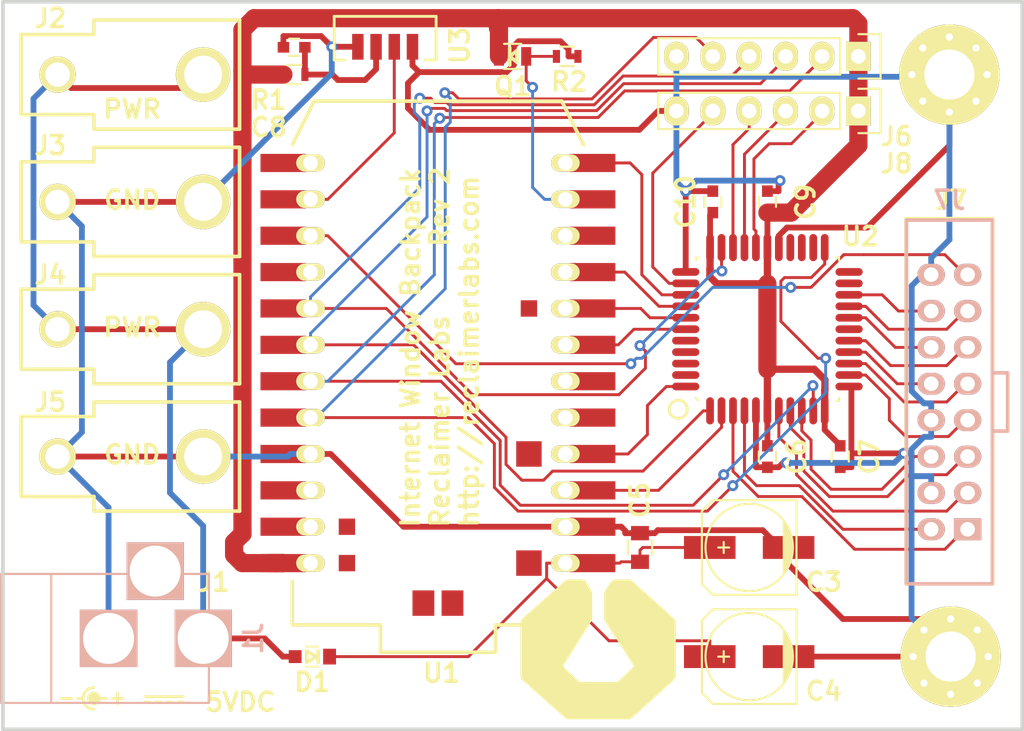
<source format=kicad_pcb>
(kicad_pcb (version 20171130) (host pcbnew "(5.1.12)-1")

  (general
    (thickness 1.6)
    (drawings 39)
    (tracks 498)
    (zones 0)
    (modules 26)
    (nets 60)
  )

  (page USLetter)
  (layers
    (0 F.Cu signal)
    (31 B.Cu signal)
    (32 B.Adhes user hide)
    (33 F.Adhes user hide)
    (34 B.Paste user hide)
    (35 F.Paste user hide)
    (36 B.SilkS user hide)
    (37 F.SilkS user hide)
    (38 B.Mask user hide)
    (39 F.Mask user hide)
    (40 Dwgs.User user hide)
    (41 Cmts.User user hide)
    (42 Eco1.User user hide)
    (43 Eco2.User user hide)
    (44 Edge.Cuts user)
    (45 Margin user hide)
    (46 B.CrtYd user hide)
    (47 F.CrtYd user hide)
    (48 B.Fab user hide)
    (49 F.Fab user hide)
  )

  (setup
    (last_trace_width 0.2032)
    (trace_clearance 0.2032)
    (zone_clearance 0.508)
    (zone_45_only no)
    (trace_min 0.2032)
    (via_size 0.762)
    (via_drill 0.381)
    (via_min_size 0.762)
    (via_min_drill 0.3302)
    (uvia_size 0.3)
    (uvia_drill 0.1)
    (uvias_allowed no)
    (uvia_min_size 0.2)
    (uvia_min_drill 0.1)
    (edge_width 0.254)
    (segment_width 0.2)
    (pcb_text_width 0.254)
    (pcb_text_size 1.27 1.27)
    (mod_edge_width 0.15)
    (mod_text_size 1.27 1.27)
    (mod_text_width 0.254)
    (pad_size 3.5 3.5)
    (pad_drill 3.5)
    (pad_to_mask_clearance 0.2032)
    (pad_to_paste_clearance -0.127)
    (aux_axis_origin 0 0)
    (visible_elements 7FFFFFFF)
    (pcbplotparams
      (layerselection 0x011fc_80000001)
      (usegerberextensions true)
      (usegerberattributes true)
      (usegerberadvancedattributes true)
      (creategerberjobfile true)
      (excludeedgelayer true)
      (linewidth 0.254000)
      (plotframeref false)
      (viasonmask false)
      (mode 1)
      (useauxorigin false)
      (hpglpennumber 1)
      (hpglpenspeed 20)
      (hpglpendiameter 15.000000)
      (psnegative false)
      (psa4output false)
      (plotreference true)
      (plotvalue false)
      (plotinvisibletext false)
      (padsonsilk false)
      (subtractmaskfromsilk true)
      (outputformat 1)
      (mirror false)
      (drillshape 0)
      (scaleselection 1)
      (outputdirectory "gerber/"))
  )

  (net 0 "")
  (net 1 /BUZZER_TOP)
  (net 2 /BUZZER_BOT)
  (net 3 +5V)
  (net 4 GND)
  (net 5 +3V3)
  (net 6 /PHOTON_A2)
  (net 7 /R1)
  (net 8 /OE)
  (net 9 /G1)
  (net 10 /LAT)
  (net 11 /B1)
  (net 12 /CLK)
  (net 13 /D)
  (net 14 /R2)
  (net 15 /C)
  (net 16 /G2)
  (net 17 /B)
  (net 18 /B2)
  (net 19 /A)
  (net 20 /TCK)
  (net 21 /TDI)
  (net 22 /TDO)
  (net 23 /TMS)
  (net 24 /PHOTO)
  (net 25 "Net-(U1-Pad22)")
  (net 26 /UART_TX)
  (net 27 /UART_RX)
  (net 28 /RST_CPLD)
  (net 29 "Net-(U1-Pad5)")
  (net 30 /SPI_MOSI)
  (net 31 /SPI_MISO)
  (net 32 /SPI_SCK)
  (net 33 /IRDA)
  (net 34 "Net-(U1-Pad25)")
  (net 35 "Net-(U1-Pad26)")
  (net 36 "Net-(U1-Pad27)")
  (net 37 "Net-(U1-Pad28)")
  (net 38 "Net-(U1-Pad29)")
  (net 39 "Net-(U1-Pad30)")
  (net 40 "Net-(U1-Pad31)")
  (net 41 +5VA)
  (net 42 "Net-(C8-Pad1)")
  (net 43 "Net-(J1-Pad3)")
  (net 44 /PHOTON_D3)
  (net 45 /PHOTON_RST)
  (net 46 "Net-(U2-Pad17)")
  (net 47 "Net-(U2-Pad21)")
  (net 48 "Net-(U2-Pad22)")
  (net 49 "Net-(U2-Pad24)")
  (net 50 "Net-(U2-Pad26)")
  (net 51 "Net-(U2-Pad40)")
  (net 52 "Net-(U2-Pad41)")
  (net 53 "Net-(U2-Pad42)")
  (net 54 "Net-(U2-Pad43)")
  (net 55 "Net-(U2-Pad25)")
  (net 56 /CPLD_B8)
  (net 57 /CPLD_B9)
  (net 58 /CPLD_B10)
  (net 59 /CPLD_B12)

  (net_class Default "This is the default net class."
    (clearance 0.2032)
    (trace_width 0.2032)
    (via_dia 0.762)
    (via_drill 0.381)
    (uvia_dia 0.3)
    (uvia_drill 0.1)
    (add_net +5VA)
    (add_net /A)
    (add_net /B)
    (add_net /B1)
    (add_net /B2)
    (add_net /BUZZER_BOT)
    (add_net /BUZZER_TOP)
    (add_net /C)
    (add_net /CLK)
    (add_net /CPLD_B10)
    (add_net /CPLD_B12)
    (add_net /CPLD_B8)
    (add_net /CPLD_B9)
    (add_net /D)
    (add_net /G1)
    (add_net /G2)
    (add_net /IRDA)
    (add_net /LAT)
    (add_net /OE)
    (add_net /PHOTO)
    (add_net /PHOTON_A2)
    (add_net /PHOTON_D3)
    (add_net /PHOTON_RST)
    (add_net /R1)
    (add_net /R2)
    (add_net /RST_CPLD)
    (add_net /SPI_MISO)
    (add_net /SPI_MOSI)
    (add_net /SPI_SCK)
    (add_net /TCK)
    (add_net /TDI)
    (add_net /TDO)
    (add_net /TMS)
    (add_net /UART_RX)
    (add_net /UART_TX)
    (add_net "Net-(J1-Pad3)")
    (add_net "Net-(U1-Pad22)")
    (add_net "Net-(U1-Pad25)")
    (add_net "Net-(U1-Pad26)")
    (add_net "Net-(U1-Pad27)")
    (add_net "Net-(U1-Pad28)")
    (add_net "Net-(U1-Pad29)")
    (add_net "Net-(U1-Pad30)")
    (add_net "Net-(U1-Pad31)")
    (add_net "Net-(U1-Pad5)")
    (add_net "Net-(U2-Pad17)")
    (add_net "Net-(U2-Pad21)")
    (add_net "Net-(U2-Pad22)")
    (add_net "Net-(U2-Pad24)")
    (add_net "Net-(U2-Pad25)")
    (add_net "Net-(U2-Pad26)")
    (add_net "Net-(U2-Pad40)")
    (add_net "Net-(U2-Pad41)")
    (add_net "Net-(U2-Pad42)")
    (add_net "Net-(U2-Pad43)")
  )

  (net_class Power ""
    (clearance 0.2032)
    (trace_width 0.4064)
    (via_dia 0.762)
    (via_drill 0.381)
    (uvia_dia 0.3)
    (uvia_drill 0.1)
    (add_net +3V3)
    (add_net +5V)
    (add_net GND)
    (add_net "Net-(C8-Pad1)")
  )

  (module Reclaimer_Labs:PHOTON (layer F.Cu) (tedit 575FC0C3) (tstamp 576048F4)
    (at 81.1515 91.2613 90)
    (path /56499686)
    (fp_text reference U1 (at -21.641662 0.255544 180) (layer F.SilkS)
      (effects (font (size 1.27 1.27) (thickness 0.254)))
    )
    (fp_text value PHOTON (at 0 0 90) (layer F.Fab)
      (effects (font (size 1.2 1.2) (thickness 0.15)))
    )
    (fp_line (start -18.288 4.0132) (end -20.193 4.0132) (layer F.SilkS) (width 0.254))
    (fp_line (start -18.288 10.16) (end -18.288 4.0132) (layer F.SilkS) (width 0.254))
    (fp_line (start 18.288 8.636) (end 15.24 10.16) (layer F.SilkS) (width 0.254))
    (fp_line (start 18.288 -8.636) (end 18.288 8.636) (layer F.SilkS) (width 0.254))
    (fp_line (start 15.24 -10.16) (end 18.288 -8.636) (layer F.SilkS) (width 0.254))
    (fp_line (start -18.288 -4.0132) (end -18.288 -10.16) (layer F.SilkS) (width 0.254))
    (fp_line (start -20.193 -4.0132) (end -18.288 -4.0132) (layer F.SilkS) (width 0.254))
    (fp_line (start -20.193 4.0132) (end -20.193 -4.0132) (layer F.SilkS) (width 0.254))
    (fp_line (start -18.288 -10.16) (end -15.24 -10.16) (layer F.SilkS) (width 0.254))
    (fp_line (start -18.288 10.16) (end -15.24 10.16) (layer F.SilkS) (width 0.254))
    (pad 24 thru_hole oval (at -13.97 -8.89 90) (size 1.2 2) (drill 1.016) (layers *.Cu *.Mask F.SilkS)
      (net 5 +3V3))
    (pad 1 thru_hole oval (at -13.97 8.89 90) (size 1.2 2) (drill 1.016) (layers *.Cu *.Mask F.SilkS)
      (net 41 +5VA))
    (pad 23 thru_hole oval (at -11.43 -8.89 90) (size 1.2 2) (drill 1.016) (layers *.Cu *.Mask F.SilkS)
      (net 45 /PHOTON_RST))
    (pad 2 thru_hole oval (at -11.43 8.89 90) (size 1.2 2) (drill 1.016) (layers *.Cu *.Mask F.SilkS)
      (net 4 GND))
    (pad 22 thru_hole oval (at -8.89 -8.89 90) (size 1.2 2) (drill 1.016) (layers *.Cu *.Mask F.SilkS)
      (net 25 "Net-(U1-Pad22)"))
    (pad 3 thru_hole oval (at -8.89 8.89 90) (size 1.2 2) (drill 1.016) (layers *.Cu *.Mask F.SilkS)
      (net 26 /UART_TX))
    (pad 21 thru_hole oval (at -6.35 -8.89 90) (size 1.2 2) (drill 1.016) (layers *.Cu *.Mask F.SilkS)
      (net 4 GND))
    (pad 4 thru_hole oval (at -6.35 8.89 90) (size 1.2 2) (drill 1.016) (layers *.Cu *.Mask F.SilkS)
      (net 27 /UART_RX))
    (pad 20 thru_hole oval (at -3.81 -8.89 90) (size 1.2 2) (drill 1.016) (layers *.Cu *.Mask F.SilkS)
      (net 23 /TMS))
    (pad 5 thru_hole oval (at -3.81 8.89 90) (size 1.2 2) (drill 1.016) (layers *.Cu *.Mask F.SilkS)
      (net 29 "Net-(U1-Pad5)"))
    (pad 19 thru_hole oval (at -1.27 -8.89 90) (size 1.2 2) (drill 1.016) (layers *.Cu *.Mask F.SilkS)
      (net 20 /TCK))
    (pad 6 thru_hole oval (at -1.27 8.89 90) (size 1.2 2) (drill 1.016) (layers *.Cu *.Mask F.SilkS)
      (net 1 /BUZZER_TOP))
    (pad 18 thru_hole oval (at 1.27 -8.89 90) (size 1.2 2) (drill 1.016) (layers *.Cu *.Mask F.SilkS)
      (net 21 /TDI))
    (pad 7 thru_hole oval (at 1.27 8.89 90) (size 1.2 2) (drill 1.016) (layers *.Cu *.Mask F.SilkS)
      (net 30 /SPI_MOSI))
    (pad 17 thru_hole oval (at 3.81 -8.89 90) (size 1.2 2) (drill 1.016) (layers *.Cu *.Mask F.SilkS)
      (net 22 /TDO))
    (pad 8 thru_hole oval (at 3.81 8.89 90) (size 1.2 2) (drill 1.016) (layers *.Cu *.Mask F.SilkS)
      (net 31 /SPI_MISO))
    (pad 16 thru_hole oval (at 6.35 -8.89 90) (size 1.2 2) (drill 1.016) (layers *.Cu *.Mask F.SilkS)
      (net 44 /PHOTON_D3))
    (pad 9 thru_hole oval (at 6.35 8.89 90) (size 1.2 2) (drill 1.016) (layers *.Cu *.Mask F.SilkS)
      (net 32 /SPI_SCK))
    (pad 15 thru_hole oval (at 8.89 -8.89 90) (size 1.2 2) (drill 1.016) (layers *.Cu *.Mask F.SilkS)
      (net 8 /OE))
    (pad 10 thru_hole oval (at 8.89 8.89 90) (size 1.2 2) (drill 1.016) (layers *.Cu *.Mask F.SilkS)
      (net 6 /PHOTON_A2))
    (pad 14 thru_hole oval (at 11.43 -8.89 90) (size 1.2 2) (drill 1.016) (layers *.Cu *.Mask F.SilkS)
      (net 33 /IRDA))
    (pad 11 thru_hole oval (at 11.43 8.89 90) (size 1.2 2) (drill 1.016) (layers *.Cu *.Mask F.SilkS)
      (net 24 /PHOTO))
    (pad 13 thru_hole oval (at 13.97 -8.89 90) (size 1.2 2) (drill 1.016) (layers *.Cu *.Mask F.SilkS)
      (net 2 /BUZZER_BOT))
    (pad 12 thru_hole oval (at 13.97 8.89 90) (size 1.2 2) (drill 1.016) (layers *.Cu *.Mask F.SilkS)
      (net 28 /RST_CPLD))
    (pad 1 smd rect (at -13.97 10.795 90) (size 1.27 3.175) (layers F.Cu F.Paste F.Mask)
      (net 41 +5VA))
    (pad 2 smd rect (at -11.43 10.795 90) (size 1.27 3.175) (layers F.Cu F.Paste F.Mask)
      (net 4 GND))
    (pad 3 smd rect (at -8.89 10.795 90) (size 1.27 3.175) (layers F.Cu F.Paste F.Mask)
      (net 26 /UART_TX))
    (pad 4 smd rect (at -6.35 10.795 90) (size 1.27 3.175) (layers F.Cu F.Paste F.Mask)
      (net 27 /UART_RX))
    (pad 5 smd rect (at -3.81 10.795 90) (size 1.27 3.175) (layers F.Cu F.Paste F.Mask)
      (net 29 "Net-(U1-Pad5)"))
    (pad 6 smd rect (at -1.27 10.795 90) (size 1.27 3.175) (layers F.Cu F.Paste F.Mask)
      (net 1 /BUZZER_TOP))
    (pad 7 smd rect (at 1.27 10.795 90) (size 1.27 3.175) (layers F.Cu F.Paste F.Mask)
      (net 30 /SPI_MOSI))
    (pad 8 smd rect (at 3.81 10.795 90) (size 1.27 3.175) (layers F.Cu F.Paste F.Mask)
      (net 31 /SPI_MISO))
    (pad 9 smd rect (at 6.35 10.795 90) (size 1.27 3.175) (layers F.Cu F.Paste F.Mask)
      (net 32 /SPI_SCK))
    (pad 10 smd rect (at 8.89 10.795 90) (size 1.27 3.175) (layers F.Cu F.Paste F.Mask)
      (net 6 /PHOTON_A2))
    (pad 11 smd rect (at 11.43 10.795 90) (size 1.27 3.175) (layers F.Cu F.Paste F.Mask)
      (net 24 /PHOTO))
    (pad 12 smd rect (at 13.97 10.795 90) (size 1.27 3.175) (layers F.Cu F.Paste F.Mask)
      (net 28 /RST_CPLD))
    (pad 13 smd rect (at 13.97 -10.795 90) (size 1.27 3.175) (layers F.Cu F.Paste F.Mask)
      (net 2 /BUZZER_BOT))
    (pad 14 smd rect (at 11.43 -10.795 90) (size 1.27 3.175) (layers F.Cu F.Paste F.Mask)
      (net 33 /IRDA))
    (pad 15 smd rect (at 8.89 -10.795 90) (size 1.27 3.175) (layers F.Cu F.Paste F.Mask)
      (net 8 /OE))
    (pad 16 smd rect (at 6.35 -10.795 90) (size 1.27 3.175) (layers F.Cu F.Paste F.Mask)
      (net 44 /PHOTON_D3))
    (pad 17 smd rect (at 3.81 -10.795 90) (size 1.27 3.175) (layers F.Cu F.Paste F.Mask)
      (net 22 /TDO))
    (pad 18 smd rect (at 1.27 -10.795 90) (size 1.27 3.175) (layers F.Cu F.Paste F.Mask)
      (net 21 /TDI))
    (pad 19 smd rect (at -1.27 -10.795 90) (size 1.27 3.175) (layers F.Cu F.Paste F.Mask)
      (net 20 /TCK))
    (pad 20 smd rect (at -3.81 -10.795 90) (size 1.27 3.175) (layers F.Cu F.Paste F.Mask)
      (net 23 /TMS))
    (pad 21 smd rect (at -6.35 -10.795 90) (size 1.27 3.175) (layers F.Cu F.Paste F.Mask)
      (net 4 GND))
    (pad 22 smd rect (at -8.89 -10.795 90) (size 1.27 3.175) (layers F.Cu F.Paste F.Mask)
      (net 25 "Net-(U1-Pad22)"))
    (pad 23 smd rect (at -11.43 -10.795 90) (size 1.27 3.175) (layers F.Cu F.Paste F.Mask)
      (net 45 /PHOTON_RST))
    (pad 24 smd rect (at -13.97 -10.795 90) (size 1.27 3.175) (layers F.Cu F.Paste F.Mask)
      (net 5 +3V3))
    (pad 25 smd rect (at -13.97 6.35 90) (size 1.778 1.778) (layers F.Cu F.Paste F.Mask)
      (net 34 "Net-(U1-Pad25)"))
    (pad 26 smd rect (at -6.35 6.35 90) (size 1.778 1.778) (layers F.Cu F.Paste F.Mask)
      (net 35 "Net-(U1-Pad26)"))
    (pad 27 smd rect (at 3.81 6.35 90) (size 1.143 1.143) (layers F.Cu F.Paste F.Mask)
      (net 36 "Net-(U1-Pad27)"))
    (pad 28 smd rect (at -11.43 -6.35 90) (size 1.143 1.143) (layers F.Cu F.Paste F.Mask)
      (net 37 "Net-(U1-Pad28)"))
    (pad 29 smd rect (at -13.97 -6.35 90) (size 1.143 1.143) (layers F.Cu F.Paste F.Mask)
      (net 38 "Net-(U1-Pad29)"))
    (pad 30 smd rect (at -16.764 -1.016 90) (size 1.778 1.524) (layers F.Cu F.Paste F.Mask)
      (net 39 "Net-(U1-Pad30)"))
    (pad 31 smd rect (at -16.764 1.016 90) (size 1.778 1.524) (layers F.Cu F.Paste F.Mask)
      (net 40 "Net-(U1-Pad31)"))
  )

  (module Capacitors_SMD:c_elec_6.3x5.7 (layer F.Cu) (tedit 55726012) (tstamp 57604797)
    (at 102.87 104.14 180)
    (descr "SMT capacitor, aluminium electrolytic, 6.3x5.7")
    (path /575FFF75)
    (attr smd)
    (fp_text reference C3 (at -5.207 -2.413 180) (layer F.SilkS)
      (effects (font (size 1.27 1.27) (thickness 0.254)))
    )
    (fp_text value 100uF (at 0 3.81 180) (layer F.Fab)
      (effects (font (size 1 1) (thickness 0.15)))
    )
    (fp_circle (center 0 0) (end -3.048 0) (layer F.SilkS) (width 0.15))
    (fp_line (start 1.778 -0.381) (end 1.778 0.381) (layer F.SilkS) (width 0.15))
    (fp_line (start 2.159 0) (end 1.397 0) (layer F.SilkS) (width 0.15))
    (fp_line (start 2.54 -3.302) (end -3.302 -3.302) (layer F.SilkS) (width 0.15))
    (fp_line (start 3.302 -2.54) (end 2.54 -3.302) (layer F.SilkS) (width 0.15))
    (fp_line (start 3.302 2.54) (end 3.302 -2.54) (layer F.SilkS) (width 0.15))
    (fp_line (start 2.54 3.302) (end 3.302 2.54) (layer F.SilkS) (width 0.15))
    (fp_line (start -3.302 3.302) (end 2.54 3.302) (layer F.SilkS) (width 0.15))
    (fp_line (start -3.302 -3.302) (end -3.302 3.302) (layer F.SilkS) (width 0.15))
    (fp_line (start -2.413 -1.778) (end -2.413 1.778) (layer F.SilkS) (width 0.15))
    (fp_line (start -2.54 1.651) (end -2.54 -1.651) (layer F.SilkS) (width 0.15))
    (fp_line (start -2.667 -1.397) (end -2.667 1.397) (layer F.SilkS) (width 0.15))
    (fp_line (start -2.794 1.143) (end -2.794 -1.143) (layer F.SilkS) (width 0.15))
    (fp_line (start -2.921 -0.762) (end -2.921 0.762) (layer F.SilkS) (width 0.15))
    (fp_line (start -4.85 3.65) (end -4.85 -3.65) (layer F.CrtYd) (width 0.05))
    (fp_line (start 4.85 3.65) (end -4.85 3.65) (layer F.CrtYd) (width 0.05))
    (fp_line (start 4.85 -3.65) (end 4.85 3.65) (layer F.CrtYd) (width 0.05))
    (fp_line (start -4.85 -3.65) (end 4.85 -3.65) (layer F.CrtYd) (width 0.05))
    (pad 1 smd rect (at 2.75082 0 180) (size 3.59918 1.6002) (layers F.Cu F.Paste F.Mask)
      (net 41 +5VA))
    (pad 2 smd rect (at -2.75082 0 180) (size 3.59918 1.6002) (layers F.Cu F.Paste F.Mask)
      (net 4 GND))
    (model Capacitors_SMD.3dshapes/c_elec_6.3x5.7.wrl
      (at (xyz 0 0 0))
      (scale (xyz 1 1 1))
      (rotate (xyz 0 0 0))
    )
  )

  (module Capacitors_SMD:c_elec_6.3x5.7 (layer F.Cu) (tedit 55726012) (tstamp 5760479D)
    (at 102.87 111.76 180)
    (descr "SMT capacitor, aluminium electrolytic, 6.3x5.7")
    (path /57600020)
    (attr smd)
    (fp_text reference C4 (at -5.207 -2.413 180) (layer F.SilkS)
      (effects (font (size 1.27 1.27) (thickness 0.254)))
    )
    (fp_text value 100uF (at 0 3.81 180) (layer F.Fab)
      (effects (font (size 1 1) (thickness 0.15)))
    )
    (fp_circle (center 0 0) (end -3.048 0) (layer F.SilkS) (width 0.15))
    (fp_line (start 1.778 -0.381) (end 1.778 0.381) (layer F.SilkS) (width 0.15))
    (fp_line (start 2.159 0) (end 1.397 0) (layer F.SilkS) (width 0.15))
    (fp_line (start 2.54 -3.302) (end -3.302 -3.302) (layer F.SilkS) (width 0.15))
    (fp_line (start 3.302 -2.54) (end 2.54 -3.302) (layer F.SilkS) (width 0.15))
    (fp_line (start 3.302 2.54) (end 3.302 -2.54) (layer F.SilkS) (width 0.15))
    (fp_line (start 2.54 3.302) (end 3.302 2.54) (layer F.SilkS) (width 0.15))
    (fp_line (start -3.302 3.302) (end 2.54 3.302) (layer F.SilkS) (width 0.15))
    (fp_line (start -3.302 -3.302) (end -3.302 3.302) (layer F.SilkS) (width 0.15))
    (fp_line (start -2.413 -1.778) (end -2.413 1.778) (layer F.SilkS) (width 0.15))
    (fp_line (start -2.54 1.651) (end -2.54 -1.651) (layer F.SilkS) (width 0.15))
    (fp_line (start -2.667 -1.397) (end -2.667 1.397) (layer F.SilkS) (width 0.15))
    (fp_line (start -2.794 1.143) (end -2.794 -1.143) (layer F.SilkS) (width 0.15))
    (fp_line (start -2.921 -0.762) (end -2.921 0.762) (layer F.SilkS) (width 0.15))
    (fp_line (start -4.85 3.65) (end -4.85 -3.65) (layer F.CrtYd) (width 0.05))
    (fp_line (start 4.85 3.65) (end -4.85 3.65) (layer F.CrtYd) (width 0.05))
    (fp_line (start 4.85 -3.65) (end 4.85 3.65) (layer F.CrtYd) (width 0.05))
    (fp_line (start -4.85 -3.65) (end 4.85 -3.65) (layer F.CrtYd) (width 0.05))
    (pad 1 smd rect (at 2.75082 0 180) (size 3.59918 1.6002) (layers F.Cu F.Paste F.Mask)
      (net 41 +5VA))
    (pad 2 smd rect (at -2.75082 0 180) (size 3.59918 1.6002) (layers F.Cu F.Paste F.Mask)
      (net 4 GND))
    (model Capacitors_SMD.3dshapes/c_elec_6.3x5.7.wrl
      (at (xyz 0 0 0))
      (scale (xyz 1 1 1))
      (rotate (xyz 0 0 0))
    )
  )

  (module Capacitors_SMD:C_0805 (layer F.Cu) (tedit 5415D6EA) (tstamp 576047A3)
    (at 95.25 104.14 90)
    (descr "Capacitor SMD 0805, reflow soldering, AVX (see smccp.pdf)")
    (tags "capacitor 0805")
    (path /576000B6)
    (attr smd)
    (fp_text reference C5 (at 3.302 0 90) (layer F.SilkS)
      (effects (font (size 1.27 1.27) (thickness 0.254)))
    )
    (fp_text value 10uF (at 0 2.1 90) (layer F.Fab)
      (effects (font (size 1 1) (thickness 0.15)))
    )
    (fp_line (start -0.5 0.85) (end 0.5 0.85) (layer F.SilkS) (width 0.15))
    (fp_line (start 0.5 -0.85) (end -0.5 -0.85) (layer F.SilkS) (width 0.15))
    (fp_line (start 1.8 -1) (end 1.8 1) (layer F.CrtYd) (width 0.05))
    (fp_line (start -1.8 -1) (end -1.8 1) (layer F.CrtYd) (width 0.05))
    (fp_line (start -1.8 1) (end 1.8 1) (layer F.CrtYd) (width 0.05))
    (fp_line (start -1.8 -1) (end 1.8 -1) (layer F.CrtYd) (width 0.05))
    (pad 1 smd rect (at -1 0 90) (size 1 1.25) (layers F.Cu F.Paste F.Mask)
      (net 41 +5VA))
    (pad 2 smd rect (at 1 0 90) (size 1 1.25) (layers F.Cu F.Paste F.Mask)
      (net 4 GND))
    (model Capacitors_SMD.3dshapes/C_0805.wrl
      (at (xyz 0 0 0))
      (scale (xyz 1 1 1))
      (rotate (xyz 0 0 0))
    )
  )

  (module Capacitors_SMD:C_0603 (layer F.Cu) (tedit 5415D631) (tstamp 576047A9)
    (at 104.14 97.79 270)
    (descr "Capacitor SMD 0603, reflow soldering, AVX (see smccp.pdf)")
    (tags "capacitor 0603")
    (path /56536F90)
    (attr smd)
    (fp_text reference C6 (at 0 -2.032 270) (layer F.SilkS)
      (effects (font (size 1.27 1.27) (thickness 0.254)))
    )
    (fp_text value 0.1uF (at 0 1.9 270) (layer F.Fab)
      (effects (font (size 1 1) (thickness 0.15)))
    )
    (fp_line (start 0.35 0.6) (end -0.35 0.6) (layer F.SilkS) (width 0.15))
    (fp_line (start -0.35 -0.6) (end 0.35 -0.6) (layer F.SilkS) (width 0.15))
    (fp_line (start 1.45 -0.75) (end 1.45 0.75) (layer F.CrtYd) (width 0.05))
    (fp_line (start -1.45 -0.75) (end -1.45 0.75) (layer F.CrtYd) (width 0.05))
    (fp_line (start -1.45 0.75) (end 1.45 0.75) (layer F.CrtYd) (width 0.05))
    (fp_line (start -1.45 -0.75) (end 1.45 -0.75) (layer F.CrtYd) (width 0.05))
    (pad 1 smd rect (at -0.75 0 270) (size 0.8 0.75) (layers F.Cu F.Paste F.Mask)
      (net 5 +3V3))
    (pad 2 smd rect (at 0.75 0 270) (size 0.8 0.75) (layers F.Cu F.Paste F.Mask)
      (net 4 GND))
    (model Capacitors_SMD.3dshapes/C_0603.wrl
      (at (xyz 0 0 0))
      (scale (xyz 1 1 1))
      (rotate (xyz 0 0 0))
    )
  )

  (module Capacitors_SMD:C_0603 (layer F.Cu) (tedit 5415D631) (tstamp 576047AF)
    (at 109.22 97.79 270)
    (descr "Capacitor SMD 0603, reflow soldering, AVX (see smccp.pdf)")
    (tags "capacitor 0603")
    (path /5653710F)
    (attr smd)
    (fp_text reference C7 (at 0 -2.032 270) (layer F.SilkS)
      (effects (font (size 1.27 1.27) (thickness 0.254)))
    )
    (fp_text value 0.1uF (at 0 1.9 270) (layer F.Fab)
      (effects (font (size 1 1) (thickness 0.15)))
    )
    (fp_line (start 0.35 0.6) (end -0.35 0.6) (layer F.SilkS) (width 0.15))
    (fp_line (start -0.35 -0.6) (end 0.35 -0.6) (layer F.SilkS) (width 0.15))
    (fp_line (start 1.45 -0.75) (end 1.45 0.75) (layer F.CrtYd) (width 0.05))
    (fp_line (start -1.45 -0.75) (end -1.45 0.75) (layer F.CrtYd) (width 0.05))
    (fp_line (start -1.45 0.75) (end 1.45 0.75) (layer F.CrtYd) (width 0.05))
    (fp_line (start -1.45 -0.75) (end 1.45 -0.75) (layer F.CrtYd) (width 0.05))
    (pad 1 smd rect (at -0.75 0 270) (size 0.8 0.75) (layers F.Cu F.Paste F.Mask)
      (net 5 +3V3))
    (pad 2 smd rect (at 0.75 0 270) (size 0.8 0.75) (layers F.Cu F.Paste F.Mask)
      (net 4 GND))
    (model Capacitors_SMD.3dshapes/C_0603.wrl
      (at (xyz 0 0 0))
      (scale (xyz 1 1 1))
      (rotate (xyz 0 0 0))
    )
  )

  (module Capacitors_SMD:C_0603 (layer F.Cu) (tedit 5415D631) (tstamp 576047B5)
    (at 71.12 69.215 180)
    (descr "Capacitor SMD 0603, reflow soldering, AVX (see smccp.pdf)")
    (tags "capacitor 0603")
    (path /5649D30E)
    (attr smd)
    (fp_text reference C8 (at 1.778 -5.588 180) (layer F.SilkS)
      (effects (font (size 1.27 1.27) (thickness 0.254)))
    )
    (fp_text value 0.1uF (at 0 1.9 180) (layer F.Fab)
      (effects (font (size 1 1) (thickness 0.15)))
    )
    (fp_line (start 0.35 0.6) (end -0.35 0.6) (layer F.SilkS) (width 0.15))
    (fp_line (start -0.35 -0.6) (end 0.35 -0.6) (layer F.SilkS) (width 0.15))
    (fp_line (start 1.45 -0.75) (end 1.45 0.75) (layer F.CrtYd) (width 0.05))
    (fp_line (start -1.45 -0.75) (end -1.45 0.75) (layer F.CrtYd) (width 0.05))
    (fp_line (start -1.45 0.75) (end 1.45 0.75) (layer F.CrtYd) (width 0.05))
    (fp_line (start -1.45 -0.75) (end 1.45 -0.75) (layer F.CrtYd) (width 0.05))
    (pad 1 smd rect (at -0.75 0 180) (size 0.8 0.75) (layers F.Cu F.Paste F.Mask)
      (net 42 "Net-(C8-Pad1)"))
    (pad 2 smd rect (at 0.75 0 180) (size 0.8 0.75) (layers F.Cu F.Paste F.Mask)
      (net 4 GND))
    (model Capacitors_SMD.3dshapes/C_0603.wrl
      (at (xyz 0 0 0))
      (scale (xyz 1 1 1))
      (rotate (xyz 0 0 0))
    )
  )

  (module Capacitors_SMD:C_0603 (layer F.Cu) (tedit 5415D631) (tstamp 576047BB)
    (at 104.14 80.01 90)
    (descr "Capacitor SMD 0603, reflow soldering, AVX (see smccp.pdf)")
    (tags "capacitor 0603")
    (path /5649A53B)
    (attr smd)
    (fp_text reference C9 (at 0 2.667 90) (layer F.SilkS)
      (effects (font (size 1.27 1.27) (thickness 0.254)))
    )
    (fp_text value 0.1uF (at 0 1.9 90) (layer F.Fab)
      (effects (font (size 1 1) (thickness 0.15)))
    )
    (fp_line (start 0.35 0.6) (end -0.35 0.6) (layer F.SilkS) (width 0.15))
    (fp_line (start -0.35 -0.6) (end 0.35 -0.6) (layer F.SilkS) (width 0.15))
    (fp_line (start 1.45 -0.75) (end 1.45 0.75) (layer F.CrtYd) (width 0.05))
    (fp_line (start -1.45 -0.75) (end -1.45 0.75) (layer F.CrtYd) (width 0.05))
    (fp_line (start -1.45 0.75) (end 1.45 0.75) (layer F.CrtYd) (width 0.05))
    (fp_line (start -1.45 -0.75) (end 1.45 -0.75) (layer F.CrtYd) (width 0.05))
    (pad 1 smd rect (at -0.75 0 90) (size 0.8 0.75) (layers F.Cu F.Paste F.Mask)
      (net 5 +3V3))
    (pad 2 smd rect (at 0.75 0 90) (size 0.8 0.75) (layers F.Cu F.Paste F.Mask)
      (net 4 GND))
    (model Capacitors_SMD.3dshapes/C_0603.wrl
      (at (xyz 0 0 0))
      (scale (xyz 1 1 1))
      (rotate (xyz 0 0 0))
    )
  )

  (module Capacitors_SMD:C_0603 (layer F.Cu) (tedit 5415D631) (tstamp 576047C1)
    (at 100.33 80.01 90)
    (descr "Capacitor SMD 0603, reflow soldering, AVX (see smccp.pdf)")
    (tags "capacitor 0603")
    (path /5653775C)
    (attr smd)
    (fp_text reference C10 (at 0 -1.9 90) (layer F.SilkS)
      (effects (font (size 1.27 1.27) (thickness 0.254)))
    )
    (fp_text value 0.1uF (at 0 1.9 90) (layer F.Fab)
      (effects (font (size 1 1) (thickness 0.15)))
    )
    (fp_line (start 0.35 0.6) (end -0.35 0.6) (layer F.SilkS) (width 0.15))
    (fp_line (start -0.35 -0.6) (end 0.35 -0.6) (layer F.SilkS) (width 0.15))
    (fp_line (start 1.45 -0.75) (end 1.45 0.75) (layer F.CrtYd) (width 0.05))
    (fp_line (start -1.45 -0.75) (end -1.45 0.75) (layer F.CrtYd) (width 0.05))
    (fp_line (start -1.45 0.75) (end 1.45 0.75) (layer F.CrtYd) (width 0.05))
    (fp_line (start -1.45 -0.75) (end 1.45 -0.75) (layer F.CrtYd) (width 0.05))
    (pad 1 smd rect (at -0.75 0 90) (size 0.8 0.75) (layers F.Cu F.Paste F.Mask)
      (net 5 +3V3))
    (pad 2 smd rect (at 0.75 0 90) (size 0.8 0.75) (layers F.Cu F.Paste F.Mask)
      (net 4 GND))
    (model Capacitors_SMD.3dshapes/C_0603.wrl
      (at (xyz 0 0 0))
      (scale (xyz 1 1 1))
      (rotate (xyz 0 0 0))
    )
  )

  (module Reclaimer_Labs:SMini2-F5-B (layer F.Cu) (tedit 575FBFAE) (tstamp 576047CF)
    (at 72.39 111.76 180)
    (descr "http://www.diodes.com/datasheets/ap02001.pdf p.144")
    (tags "Diode SOD523")
    (path /575FFED0)
    (attr smd)
    (fp_text reference D1 (at 0 -1.778 180) (layer F.SilkS)
      (effects (font (size 1.27 1.27) (thickness 0.254)))
    )
    (fp_text value D_Schottky (at 0 1.7 180) (layer F.Fab)
      (effects (font (size 1 1) (thickness 0.15)))
    )
    (fp_line (start -0.4 -0.7) (end 0.45 -0.7) (layer F.SilkS) (width 0.15))
    (fp_line (start -0.4 0.7) (end 0.45 0.7) (layer F.SilkS) (width 0.15))
    (fp_line (start -1.7 0.7) (end -1.7 -0.7) (layer F.CrtYd) (width 0.254))
    (fp_line (start -1.7 -0.7) (end 1.8 -0.7) (layer F.CrtYd) (width 0.254))
    (fp_line (start 1.8 -0.7) (end 1.8 0.7) (layer F.CrtYd) (width 0.254))
    (fp_line (start 1.8 0.7) (end -1.7 0.7) (layer F.CrtYd) (width 0.254))
    (fp_line (start 0.4 -0.4) (end 0.4 0.4) (layer F.SilkS) (width 0.254))
    (fp_line (start 0.4 0.4) (end -0.3 0) (layer F.SilkS) (width 0.254))
    (fp_line (start -0.3 0) (end 0.4 -0.4) (layer F.SilkS) (width 0.254))
    (fp_line (start -0.4 0.4) (end -0.4 -0.4) (layer F.SilkS) (width 0.254))
    (pad 1 smd rect (at -1.2 0 180) (size 0.9 1.1) (layers F.Cu F.Paste F.Mask)
      (net 41 +5VA))
    (pad 2 smd rect (at 1.2 0 180) (size 0.9 0.9) (layers F.Cu F.Paste F.Mask)
      (net 3 +5V))
  )

  (module Reclaimer_Labs:BARREL_JACK_MPD_EJ508A (layer B.Cu) (tedit 565BB5BC) (tstamp 576047DB)
    (at 58.17 110.49)
    (descr "DC Barrel Jack")
    (tags "Power Jack")
    (path /5649E63E)
    (attr smd)
    (fp_text reference J1 (at 10.09904 0 270) (layer B.SilkS)
      (effects (font (size 1.27 1.27) (thickness 0.254)) (justify mirror))
    )
    (fp_text value BARREL_JACK (at 0 5.99948) (layer B.Fab)
      (effects (font (size 1 1) (thickness 0.15)) (justify mirror))
    )
    (fp_line (start 7.00024 4.50088) (end -7.50062 4.50088) (layer B.SilkS) (width 0.15))
    (fp_line (start 7.00024 -4.50088) (end 7.00024 4.50088) (layer B.SilkS) (width 0.15))
    (fp_line (start -7.50062 -4.50088) (end 7.00024 -4.50088) (layer B.SilkS) (width 0.15))
    (fp_line (start -7.50062 4.50088) (end -7.50062 -4.50088) (layer B.SilkS) (width 0.15))
    (fp_line (start -4.0005 4.50088) (end -4.0005 -4.50088) (layer B.SilkS) (width 0.15))
    (pad 1 thru_hole rect (at 6.6 0) (size 4 4) (drill 3.56) (layers *.Cu *.Mask B.SilkS)
      (net 3 +5V))
    (pad 2 thru_hole rect (at 0 0) (size 4 4) (drill 3.56) (layers *.Cu *.Mask B.SilkS)
      (net 4 GND))
    (pad 3 thru_hole rect (at 3.25 -4.699) (size 4 4) (drill 3.56) (layers *.Cu *.Mask B.SilkS)
      (net 43 "Net-(J1-Pad3)"))
  )

  (module Reclaimer_Labs:3547 (layer F.Cu) (tedit 575FBD5C) (tstamp 576047F9)
    (at 59.69 71.12)
    (path /57605A9C)
    (attr smd)
    (fp_text reference J2 (at -5.588 -3.937) (layer F.SilkS)
      (effects (font (size 1.27 1.27) (thickness 0.254)))
    )
    (fp_text value CONN_01X01 (at 0 -5.6) (layer F.Fab)
      (effects (font (size 1.016 1.016) (thickness 0.254)))
    )
    (fp_line (start -7.62 2.794) (end -7.62 -2.794) (layer F.CrtYd) (width 0.254))
    (fp_line (start -7.62 -2.794) (end -2.54 -2.794) (layer F.CrtYd) (width 0.254))
    (fp_line (start -2.54 -2.794) (end -2.54 -3.81) (layer F.CrtYd) (width 0.254))
    (fp_line (start -2.54 -3.81) (end 7.62 -3.81) (layer F.CrtYd) (width 0.254))
    (fp_line (start 7.62 -3.81) (end 7.62 3.81) (layer F.CrtYd) (width 0.254))
    (fp_line (start 7.62 3.81) (end -2.54 3.81) (layer F.CrtYd) (width 0.254))
    (fp_line (start -2.54 3.81) (end -2.54 2.794) (layer F.CrtYd) (width 0.254))
    (fp_line (start -2.54 2.794) (end -7.62 2.794) (layer F.CrtYd) (width 0.254))
    (fp_line (start -7.62 2.794) (end -7.62 -2.794) (layer B.CrtYd) (width 0.254))
    (fp_line (start -7.62 -2.794) (end -2.54 -2.794) (layer B.CrtYd) (width 0.254))
    (fp_line (start -2.54 -2.794) (end -2.54 -3.81) (layer B.CrtYd) (width 0.254))
    (fp_line (start -2.54 -3.81) (end 7.62 -3.81) (layer B.CrtYd) (width 0.254))
    (fp_line (start 7.62 -3.81) (end 7.62 3.81) (layer B.CrtYd) (width 0.254))
    (fp_line (start 7.62 3.81) (end -2.54 3.81) (layer B.CrtYd) (width 0.254))
    (fp_line (start -2.54 3.81) (end -2.54 2.794) (layer B.CrtYd) (width 0.254))
    (fp_line (start -2.54 2.794) (end -7.62 2.794) (layer B.CrtYd) (width 0.254))
    (fp_line (start -7.62 2.794) (end -7.62 -2.794) (layer F.SilkS) (width 0.254))
    (fp_line (start -7.62 -2.794) (end -2.54 -2.794) (layer F.SilkS) (width 0.254))
    (fp_line (start -2.54 -2.794) (end -2.54 -3.81) (layer F.SilkS) (width 0.254))
    (fp_line (start -2.54 -3.81) (end 7.62 -3.81) (layer F.SilkS) (width 0.254))
    (fp_line (start 7.62 -3.81) (end 7.62 3.81) (layer F.SilkS) (width 0.254))
    (fp_line (start 7.62 3.81) (end -2.54 3.81) (layer F.SilkS) (width 0.254))
    (fp_line (start -2.54 3.81) (end -2.54 2.794) (layer F.SilkS) (width 0.254))
    (fp_line (start -2.54 2.794) (end -7.62 2.794) (layer F.SilkS) (width 0.254))
    (pad 1 thru_hole circle (at -5.08 0) (size 2.54 2.54) (drill 1.7018) (layers *.Cu *.Mask F.SilkS)
      (net 3 +5V))
    (pad 1 thru_hole circle (at 5.08 0) (size 3.81 3.81) (drill 2.6416) (layers *.Cu *.Mask F.SilkS)
      (net 3 +5V))
  )

  (module Reclaimer_Labs:3547 (layer F.Cu) (tedit 575FBD5C) (tstamp 57604817)
    (at 59.69 80.01)
    (path /57609620)
    (attr smd)
    (fp_text reference J3 (at -5.588 -3.937) (layer F.SilkS)
      (effects (font (size 1.27 1.27) (thickness 0.254)))
    )
    (fp_text value CONN_01X01 (at 0 -5.6) (layer F.Fab)
      (effects (font (size 1.016 1.016) (thickness 0.254)))
    )
    (fp_line (start -7.62 2.794) (end -7.62 -2.794) (layer F.CrtYd) (width 0.254))
    (fp_line (start -7.62 -2.794) (end -2.54 -2.794) (layer F.CrtYd) (width 0.254))
    (fp_line (start -2.54 -2.794) (end -2.54 -3.81) (layer F.CrtYd) (width 0.254))
    (fp_line (start -2.54 -3.81) (end 7.62 -3.81) (layer F.CrtYd) (width 0.254))
    (fp_line (start 7.62 -3.81) (end 7.62 3.81) (layer F.CrtYd) (width 0.254))
    (fp_line (start 7.62 3.81) (end -2.54 3.81) (layer F.CrtYd) (width 0.254))
    (fp_line (start -2.54 3.81) (end -2.54 2.794) (layer F.CrtYd) (width 0.254))
    (fp_line (start -2.54 2.794) (end -7.62 2.794) (layer F.CrtYd) (width 0.254))
    (fp_line (start -7.62 2.794) (end -7.62 -2.794) (layer B.CrtYd) (width 0.254))
    (fp_line (start -7.62 -2.794) (end -2.54 -2.794) (layer B.CrtYd) (width 0.254))
    (fp_line (start -2.54 -2.794) (end -2.54 -3.81) (layer B.CrtYd) (width 0.254))
    (fp_line (start -2.54 -3.81) (end 7.62 -3.81) (layer B.CrtYd) (width 0.254))
    (fp_line (start 7.62 -3.81) (end 7.62 3.81) (layer B.CrtYd) (width 0.254))
    (fp_line (start 7.62 3.81) (end -2.54 3.81) (layer B.CrtYd) (width 0.254))
    (fp_line (start -2.54 3.81) (end -2.54 2.794) (layer B.CrtYd) (width 0.254))
    (fp_line (start -2.54 2.794) (end -7.62 2.794) (layer B.CrtYd) (width 0.254))
    (fp_line (start -7.62 2.794) (end -7.62 -2.794) (layer F.SilkS) (width 0.254))
    (fp_line (start -7.62 -2.794) (end -2.54 -2.794) (layer F.SilkS) (width 0.254))
    (fp_line (start -2.54 -2.794) (end -2.54 -3.81) (layer F.SilkS) (width 0.254))
    (fp_line (start -2.54 -3.81) (end 7.62 -3.81) (layer F.SilkS) (width 0.254))
    (fp_line (start 7.62 -3.81) (end 7.62 3.81) (layer F.SilkS) (width 0.254))
    (fp_line (start 7.62 3.81) (end -2.54 3.81) (layer F.SilkS) (width 0.254))
    (fp_line (start -2.54 3.81) (end -2.54 2.794) (layer F.SilkS) (width 0.254))
    (fp_line (start -2.54 2.794) (end -7.62 2.794) (layer F.SilkS) (width 0.254))
    (pad 1 thru_hole circle (at -5.08 0) (size 2.54 2.54) (drill 1.7018) (layers *.Cu *.Mask F.SilkS)
      (net 4 GND))
    (pad 1 thru_hole circle (at 5.08 0) (size 3.81 3.81) (drill 2.6416) (layers *.Cu *.Mask F.SilkS)
      (net 4 GND))
  )

  (module Reclaimer_Labs:3547 (layer F.Cu) (tedit 575FBD5C) (tstamp 57604835)
    (at 59.69 88.9)
    (path /576096B3)
    (attr smd)
    (fp_text reference J4 (at -5.588 -3.8) (layer F.SilkS)
      (effects (font (size 1.27 1.27) (thickness 0.254)))
    )
    (fp_text value CONN_01X01 (at 0 -5.6) (layer F.Fab)
      (effects (font (size 1.016 1.016) (thickness 0.254)))
    )
    (fp_line (start -7.62 2.794) (end -7.62 -2.794) (layer F.CrtYd) (width 0.254))
    (fp_line (start -7.62 -2.794) (end -2.54 -2.794) (layer F.CrtYd) (width 0.254))
    (fp_line (start -2.54 -2.794) (end -2.54 -3.81) (layer F.CrtYd) (width 0.254))
    (fp_line (start -2.54 -3.81) (end 7.62 -3.81) (layer F.CrtYd) (width 0.254))
    (fp_line (start 7.62 -3.81) (end 7.62 3.81) (layer F.CrtYd) (width 0.254))
    (fp_line (start 7.62 3.81) (end -2.54 3.81) (layer F.CrtYd) (width 0.254))
    (fp_line (start -2.54 3.81) (end -2.54 2.794) (layer F.CrtYd) (width 0.254))
    (fp_line (start -2.54 2.794) (end -7.62 2.794) (layer F.CrtYd) (width 0.254))
    (fp_line (start -7.62 2.794) (end -7.62 -2.794) (layer B.CrtYd) (width 0.254))
    (fp_line (start -7.62 -2.794) (end -2.54 -2.794) (layer B.CrtYd) (width 0.254))
    (fp_line (start -2.54 -2.794) (end -2.54 -3.81) (layer B.CrtYd) (width 0.254))
    (fp_line (start -2.54 -3.81) (end 7.62 -3.81) (layer B.CrtYd) (width 0.254))
    (fp_line (start 7.62 -3.81) (end 7.62 3.81) (layer B.CrtYd) (width 0.254))
    (fp_line (start 7.62 3.81) (end -2.54 3.81) (layer B.CrtYd) (width 0.254))
    (fp_line (start -2.54 3.81) (end -2.54 2.794) (layer B.CrtYd) (width 0.254))
    (fp_line (start -2.54 2.794) (end -7.62 2.794) (layer B.CrtYd) (width 0.254))
    (fp_line (start -7.62 2.794) (end -7.62 -2.794) (layer F.SilkS) (width 0.254))
    (fp_line (start -7.62 -2.794) (end -2.54 -2.794) (layer F.SilkS) (width 0.254))
    (fp_line (start -2.54 -2.794) (end -2.54 -3.81) (layer F.SilkS) (width 0.254))
    (fp_line (start -2.54 -3.81) (end 7.62 -3.81) (layer F.SilkS) (width 0.254))
    (fp_line (start 7.62 -3.81) (end 7.62 3.81) (layer F.SilkS) (width 0.254))
    (fp_line (start 7.62 3.81) (end -2.54 3.81) (layer F.SilkS) (width 0.254))
    (fp_line (start -2.54 3.81) (end -2.54 2.794) (layer F.SilkS) (width 0.254))
    (fp_line (start -2.54 2.794) (end -7.62 2.794) (layer F.SilkS) (width 0.254))
    (pad 1 thru_hole circle (at -5.08 0) (size 2.54 2.54) (drill 1.7018) (layers *.Cu *.Mask F.SilkS)
      (net 3 +5V))
    (pad 1 thru_hole circle (at 5.08 0) (size 3.81 3.81) (drill 2.6416) (layers *.Cu *.Mask F.SilkS)
      (net 3 +5V))
  )

  (module Reclaimer_Labs:3547 (layer F.Cu) (tedit 575FBD5C) (tstamp 57604853)
    (at 59.69 97.79)
    (path /5760975B)
    (attr smd)
    (fp_text reference J5 (at -5.588 -3.8) (layer F.SilkS)
      (effects (font (size 1.27 1.27) (thickness 0.254)))
    )
    (fp_text value CONN_01X01 (at 0 -5.6) (layer F.Fab)
      (effects (font (size 1.016 1.016) (thickness 0.254)))
    )
    (fp_line (start -7.62 2.794) (end -7.62 -2.794) (layer F.CrtYd) (width 0.254))
    (fp_line (start -7.62 -2.794) (end -2.54 -2.794) (layer F.CrtYd) (width 0.254))
    (fp_line (start -2.54 -2.794) (end -2.54 -3.81) (layer F.CrtYd) (width 0.254))
    (fp_line (start -2.54 -3.81) (end 7.62 -3.81) (layer F.CrtYd) (width 0.254))
    (fp_line (start 7.62 -3.81) (end 7.62 3.81) (layer F.CrtYd) (width 0.254))
    (fp_line (start 7.62 3.81) (end -2.54 3.81) (layer F.CrtYd) (width 0.254))
    (fp_line (start -2.54 3.81) (end -2.54 2.794) (layer F.CrtYd) (width 0.254))
    (fp_line (start -2.54 2.794) (end -7.62 2.794) (layer F.CrtYd) (width 0.254))
    (fp_line (start -7.62 2.794) (end -7.62 -2.794) (layer B.CrtYd) (width 0.254))
    (fp_line (start -7.62 -2.794) (end -2.54 -2.794) (layer B.CrtYd) (width 0.254))
    (fp_line (start -2.54 -2.794) (end -2.54 -3.81) (layer B.CrtYd) (width 0.254))
    (fp_line (start -2.54 -3.81) (end 7.62 -3.81) (layer B.CrtYd) (width 0.254))
    (fp_line (start 7.62 -3.81) (end 7.62 3.81) (layer B.CrtYd) (width 0.254))
    (fp_line (start 7.62 3.81) (end -2.54 3.81) (layer B.CrtYd) (width 0.254))
    (fp_line (start -2.54 3.81) (end -2.54 2.794) (layer B.CrtYd) (width 0.254))
    (fp_line (start -2.54 2.794) (end -7.62 2.794) (layer B.CrtYd) (width 0.254))
    (fp_line (start -7.62 2.794) (end -7.62 -2.794) (layer F.SilkS) (width 0.254))
    (fp_line (start -7.62 -2.794) (end -2.54 -2.794) (layer F.SilkS) (width 0.254))
    (fp_line (start -2.54 -2.794) (end -2.54 -3.81) (layer F.SilkS) (width 0.254))
    (fp_line (start -2.54 -3.81) (end 7.62 -3.81) (layer F.SilkS) (width 0.254))
    (fp_line (start 7.62 -3.81) (end 7.62 3.81) (layer F.SilkS) (width 0.254))
    (fp_line (start 7.62 3.81) (end -2.54 3.81) (layer F.SilkS) (width 0.254))
    (fp_line (start -2.54 3.81) (end -2.54 2.794) (layer F.SilkS) (width 0.254))
    (fp_line (start -2.54 2.794) (end -7.62 2.794) (layer F.SilkS) (width 0.254))
    (pad 1 thru_hole circle (at -5.08 0) (size 2.54 2.54) (drill 1.7018) (layers *.Cu *.Mask F.SilkS)
      (net 4 GND))
    (pad 1 thru_hole circle (at 5.08 0) (size 3.81 3.81) (drill 2.6416) (layers *.Cu *.Mask F.SilkS)
      (net 4 GND))
  )

  (module Reclaimer_Labs:Photo_Trans_0805 (layer F.Cu) (tedit 565198EE) (tstamp 576048A3)
    (at 86.36 69.85 180)
    (descr "Resistor SMD 0805, reflow soldering, Vishay (see dcrcw.pdf)")
    (tags "resistor 0805")
    (path /56533644)
    (attr smd)
    (fp_text reference Q1 (at 0 -2.1 180) (layer F.SilkS)
      (effects (font (size 1.27 1.27) (thickness 0.254)))
    )
    (fp_text value Photo_Trans (at 0 2.1 180) (layer F.Fab)
      (effects (font (size 1 1) (thickness 0.15)))
    )
    (fp_line (start -0.6 -0.875) (end 0.6 -0.875) (layer F.SilkS) (width 0.15))
    (fp_line (start 0.6 0.875) (end -0.6 0.875) (layer F.SilkS) (width 0.15))
    (fp_line (start 1.6 -1) (end 1.6 1) (layer F.CrtYd) (width 0.05))
    (fp_line (start -1.6 -1) (end -1.6 1) (layer F.CrtYd) (width 0.05))
    (fp_line (start -1.6 1) (end 1.6 1) (layer F.CrtYd) (width 0.05))
    (fp_line (start -1.6 -1) (end 1.6 -1) (layer F.CrtYd) (width 0.05))
    (fp_line (start -0.3 -0.4) (end 0.2 0) (layer F.SilkS) (width 0.254))
    (fp_line (start 0.2 0) (end -0.3 0.4) (layer F.SilkS) (width 0.254))
    (fp_line (start -0.3 0.4) (end -0.3 -0.4) (layer F.SilkS) (width 0.254))
    (fp_line (start 0.2 -0.6) (end 0.2 0.6) (layer F.SilkS) (width 0.254))
    (pad E smd rect (at -0.95 0 180) (size 0.7 1.3) (layers F.Cu F.Paste F.Mask)
      (net 24 /PHOTO))
    (pad C smd rect (at 0.95 0 180) (size 0.7 1.3) (layers F.Cu F.Paste F.Mask)
      (net 5 +3V3))
    (model Resistors_SMD.3dshapes/R_0805.wrl
      (at (xyz 0 0 0))
      (scale (xyz 1 1 1))
      (rotate (xyz 0 0 0))
    )
  )

  (module Resistors_SMD:R_0603 (layer F.Cu) (tedit 5415CC62) (tstamp 576048A9)
    (at 71.12 71.12)
    (descr "Resistor SMD 0603, reflow soldering, Vishay (see dcrcw.pdf)")
    (tags "resistor 0603")
    (path /5649DCA6)
    (attr smd)
    (fp_text reference R1 (at -1.778 1.778) (layer F.SilkS)
      (effects (font (size 1.27 1.27) (thickness 0.254)))
    )
    (fp_text value 100R (at 0 1.9) (layer F.Fab)
      (effects (font (size 1 1) (thickness 0.15)))
    )
    (fp_line (start -0.5 -0.675) (end 0.5 -0.675) (layer F.SilkS) (width 0.15))
    (fp_line (start 0.5 0.675) (end -0.5 0.675) (layer F.SilkS) (width 0.15))
    (fp_line (start 1.3 -0.8) (end 1.3 0.8) (layer F.CrtYd) (width 0.05))
    (fp_line (start -1.3 -0.8) (end -1.3 0.8) (layer F.CrtYd) (width 0.05))
    (fp_line (start -1.3 0.8) (end 1.3 0.8) (layer F.CrtYd) (width 0.05))
    (fp_line (start -1.3 -0.8) (end 1.3 -0.8) (layer F.CrtYd) (width 0.05))
    (pad 1 smd rect (at -0.75 0) (size 0.5 0.9) (layers F.Cu F.Paste F.Mask)
      (net 5 +3V3))
    (pad 2 smd rect (at 0.75 0) (size 0.5 0.9) (layers F.Cu F.Paste F.Mask)
      (net 42 "Net-(C8-Pad1)"))
    (model Resistors_SMD.3dshapes/R_0603.wrl
      (at (xyz 0 0 0))
      (scale (xyz 1 1 1))
      (rotate (xyz 0 0 0))
    )
  )

  (module Resistors_SMD:R_0603 (layer F.Cu) (tedit 5415CC62) (tstamp 576048AF)
    (at 90.17 69.85)
    (descr "Resistor SMD 0603, reflow soldering, Vishay (see dcrcw.pdf)")
    (tags "resistor 0603")
    (path /5649BC31)
    (attr smd)
    (fp_text reference R2 (at 0.127 1.778) (layer F.SilkS)
      (effects (font (size 1.27 1.27) (thickness 0.254)))
    )
    (fp_text value 10k (at 0 1.9) (layer F.Fab)
      (effects (font (size 1 1) (thickness 0.15)))
    )
    (fp_line (start -0.5 -0.675) (end 0.5 -0.675) (layer F.SilkS) (width 0.15))
    (fp_line (start 0.5 0.675) (end -0.5 0.675) (layer F.SilkS) (width 0.15))
    (fp_line (start 1.3 -0.8) (end 1.3 0.8) (layer F.CrtYd) (width 0.05))
    (fp_line (start -1.3 -0.8) (end -1.3 0.8) (layer F.CrtYd) (width 0.05))
    (fp_line (start -1.3 0.8) (end 1.3 0.8) (layer F.CrtYd) (width 0.05))
    (fp_line (start -1.3 -0.8) (end 1.3 -0.8) (layer F.CrtYd) (width 0.05))
    (pad 1 smd rect (at -0.75 0) (size 0.5 0.9) (layers F.Cu F.Paste F.Mask)
      (net 24 /PHOTO))
    (pad 2 smd rect (at 0.75 0) (size 0.5 0.9) (layers F.Cu F.Paste F.Mask)
      (net 4 GND))
    (model Resistors_SMD.3dshapes/R_0603.wrl
      (at (xyz 0 0 0))
      (scale (xyz 1 1 1))
      (rotate (xyz 0 0 0))
    )
  )

  (module Reclaimer_Labs:QFP_44 (layer F.Cu) (tedit 0) (tstamp 5760492F)
    (at 104.14 88.9 90)
    (path /56499701)
    (attr smd)
    (fp_text reference U2 (at 6.477 6.477 180) (layer F.SilkS)
      (effects (font (size 1.27 1.27) (thickness 0.254)))
    )
    (fp_text value LC4032V-44TQFP (at 0 7.85 90) (layer F.Fab)
      (effects (font (size 1.2 1.2) (thickness 0.15)))
    )
    (fp_line (start -6.95 6.95) (end -6.95 -6.95) (layer F.CrtYd) (width 0.15))
    (fp_line (start 6.95 6.95) (end -6.95 6.95) (layer F.CrtYd) (width 0.15))
    (fp_line (start 6.95 -6.95) (end 6.95 6.95) (layer F.CrtYd) (width 0.15))
    (fp_line (start -6.95 -6.95) (end 6.95 -6.95) (layer F.CrtYd) (width 0.15))
    (fp_line (start 5 5) (end 5 4.8) (layer F.SilkS) (width 0.15))
    (fp_line (start 4.8 5) (end 5 5) (layer F.SilkS) (width 0.15))
    (fp_line (start -5 5) (end -5 4.8) (layer F.SilkS) (width 0.15))
    (fp_line (start -4.8 5) (end -5 5) (layer F.SilkS) (width 0.15))
    (fp_line (start 5 -5) (end 5 -4.8) (layer F.SilkS) (width 0.15))
    (fp_line (start 4.8 -5) (end 5 -5) (layer F.SilkS) (width 0.15))
    (fp_line (start -5 -4.8) (end -4.8 -5) (layer F.SilkS) (width 0.15))
    (pad 1 smd oval (at -5.7 -4 180) (size 0.54 1.9) (layers F.Cu F.Paste F.Mask)
      (net 21 /TDI))
    (pad 2 smd oval (at -5.7 -3.2 180) (size 0.54 1.9) (layers F.Cu F.Paste F.Mask)
      (net 26 /UART_TX))
    (pad 3 smd oval (at -5.7 -2.4 180) (size 0.54 1.9) (layers F.Cu F.Paste F.Mask)
      (net 7 /R1))
    (pad 4 smd oval (at -5.7 -1.6 180) (size 0.54 1.9) (layers F.Cu F.Paste F.Mask)
      (net 9 /G1))
    (pad 5 smd oval (at -5.7 -0.8 180) (size 0.54 1.9) (layers F.Cu F.Paste F.Mask)
      (net 4 GND))
    (pad 6 smd oval (at -5.7 0 180) (size 0.54 1.9) (layers F.Cu F.Paste F.Mask)
      (net 5 +3V3))
    (pad 7 smd oval (at -5.7 0.8 180) (size 0.54 1.9) (layers F.Cu F.Paste F.Mask)
      (net 11 /B1))
    (pad 8 smd oval (at -5.7 1.6 180) (size 0.54 1.9) (layers F.Cu F.Paste F.Mask)
      (net 14 /R2))
    (pad 9 smd oval (at -5.7 2.4 180) (size 0.54 1.9) (layers F.Cu F.Paste F.Mask)
      (net 16 /G2))
    (pad 10 smd oval (at -5.7 3.2 180) (size 0.54 1.9) (layers F.Cu F.Paste F.Mask)
      (net 20 /TCK))
    (pad 11 smd oval (at -5.7 4 180) (size 0.54 1.9) (layers F.Cu F.Paste F.Mask)
      (net 5 +3V3))
    (pad 12 smd oval (at -4 5.7 90) (size 0.54 1.9) (layers F.Cu F.Paste F.Mask)
      (net 4 GND))
    (pad 13 smd oval (at -3.2 5.7 90) (size 0.54 1.9) (layers F.Cu F.Paste F.Mask)
      (net 18 /B2))
    (pad 14 smd oval (at -2.4 5.7 90) (size 0.54 1.9) (layers F.Cu F.Paste F.Mask)
      (net 19 /A))
    (pad 15 smd oval (at -1.6 5.7 90) (size 0.54 1.9) (layers F.Cu F.Paste F.Mask)
      (net 17 /B))
    (pad 16 smd oval (at -0.8 5.7 90) (size 0.54 1.9) (layers F.Cu F.Paste F.Mask)
      (net 15 /C))
    (pad 17 smd oval (at 0 5.7 90) (size 0.54 1.9) (layers F.Cu F.Paste F.Mask)
      (net 46 "Net-(U2-Pad17)"))
    (pad 18 smd oval (at 0.8 5.7 90) (size 0.54 1.9) (layers F.Cu F.Paste F.Mask)
      (net 13 /D))
    (pad 19 smd oval (at 1.6 5.7 90) (size 0.54 1.9) (layers F.Cu F.Paste F.Mask)
      (net 12 /CLK))
    (pad 20 smd oval (at 2.4 5.7 90) (size 0.54 1.9) (layers F.Cu F.Paste F.Mask)
      (net 10 /LAT))
    (pad 21 smd oval (at 3.2 5.7 90) (size 0.54 1.9) (layers F.Cu F.Paste F.Mask)
      (net 47 "Net-(U2-Pad21)"))
    (pad 22 smd oval (at 4 5.7 90) (size 0.54 1.9) (layers F.Cu F.Paste F.Mask)
      (net 48 "Net-(U2-Pad22)"))
    (pad 23 smd oval (at 5.7 4 180) (size 0.54 1.9) (layers F.Cu F.Paste F.Mask)
      (net 23 /TMS))
    (pad 24 smd oval (at 5.7 3.2 180) (size 0.54 1.9) (layers F.Cu F.Paste F.Mask)
      (net 49 "Net-(U2-Pad24)"))
    (pad 25 smd oval (at 5.7 2.4 180) (size 0.54 1.9) (layers F.Cu F.Paste F.Mask)
      (net 55 "Net-(U2-Pad25)"))
    (pad 26 smd oval (at 5.7 1.6 180) (size 0.54 1.9) (layers F.Cu F.Paste F.Mask)
      (net 50 "Net-(U2-Pad26)"))
    (pad 27 smd oval (at 5.7 0.8 180) (size 0.54 1.9) (layers F.Cu F.Paste F.Mask)
      (net 4 GND))
    (pad 28 smd oval (at 5.7 0 180) (size 0.54 1.9) (layers F.Cu F.Paste F.Mask)
      (net 5 +3V3))
    (pad 29 smd oval (at 5.7 -0.8 180) (size 0.54 1.9) (layers F.Cu F.Paste F.Mask)
      (net 56 /CPLD_B8))
    (pad 30 smd oval (at 5.7 -1.6 180) (size 0.54 1.9) (layers F.Cu F.Paste F.Mask)
      (net 57 /CPLD_B9))
    (pad 31 smd oval (at 5.7 -2.4 180) (size 0.54 1.9) (layers F.Cu F.Paste F.Mask)
      (net 58 /CPLD_B10))
    (pad 32 smd oval (at 5.7 -3.2 180) (size 0.54 1.9) (layers F.Cu F.Paste F.Mask)
      (net 22 /TDO))
    (pad 33 smd oval (at 5.7 -4 180) (size 0.54 1.9) (layers F.Cu F.Paste F.Mask)
      (net 5 +3V3))
    (pad 34 smd oval (at 4 -5.7 90) (size 0.54 1.9) (layers F.Cu F.Paste F.Mask)
      (net 4 GND))
    (pad 35 smd oval (at 3.2 -5.7 90) (size 0.54 1.9) (layers F.Cu F.Paste F.Mask)
      (net 59 /CPLD_B12))
    (pad 36 smd oval (at 2.4 -5.7 90) (size 0.54 1.9) (layers F.Cu F.Paste F.Mask)
      (net 28 /RST_CPLD))
    (pad 37 smd oval (at 1.6 -5.7 90) (size 0.54 1.9) (layers F.Cu F.Paste F.Mask)
      (net 32 /SPI_SCK))
    (pad 38 smd oval (at 0.8 -5.7 90) (size 0.54 1.9) (layers F.Cu F.Paste F.Mask)
      (net 31 /SPI_MISO))
    (pad 39 smd oval (at 0 -5.7 90) (size 0.54 1.9) (layers F.Cu F.Paste F.Mask)
      (net 30 /SPI_MOSI))
    (pad 40 smd oval (at -0.8 -5.7 90) (size 0.54 1.9) (layers F.Cu F.Paste F.Mask)
      (net 51 "Net-(U2-Pad40)"))
    (pad 41 smd oval (at -1.6 -5.7 90) (size 0.54 1.9) (layers F.Cu F.Paste F.Mask)
      (net 52 "Net-(U2-Pad41)"))
    (pad 42 smd oval (at -2.4 -5.7 90) (size 0.54 1.9) (layers F.Cu F.Paste F.Mask)
      (net 53 "Net-(U2-Pad42)"))
    (pad 43 smd oval (at -3.2 -5.7 90) (size 0.54 1.9) (layers F.Cu F.Paste F.Mask)
      (net 54 "Net-(U2-Pad43)"))
    (pad 44 smd oval (at -4 -5.7 90) (size 0.54 1.9) (layers F.Cu F.Paste F.Mask)
      (net 27 /UART_RX))
  )

  (module Reclaimer_Labs:TSOP75238TT (layer F.Cu) (tedit 5649A42C) (tstamp 5760493B)
    (at 77.47 68.58)
    (path /5649D2C7)
    (attr smd)
    (fp_text reference U3 (at 5.207 0.508 90) (layer F.SilkS)
      (effects (font (size 1.27 1.27) (thickness 0.254)))
    )
    (fp_text value TSOP75238TT (at 0 -2.5) (layer F.Fab)
      (effects (font (size 1.016 1.016) (thickness 0.254)))
    )
    (fp_line (start -3.5 1.5) (end -3.5 -1.5) (layer F.CrtYd) (width 0.254))
    (fp_line (start 3.5 1.5) (end -3.5 1.5) (layer F.CrtYd) (width 0.254))
    (fp_line (start 3.5 -1.5) (end 3.5 1.5) (layer F.CrtYd) (width 0.254))
    (fp_line (start -3.5 -1.5) (end 3.5 -1.5) (layer F.CrtYd) (width 0.254))
    (pad 1 smd rect (at -1.905 0.6) (size 0.8 1.8) (layers F.Cu F.Paste F.Mask)
      (net 4 GND))
    (pad 2 smd rect (at -0.635 0.6) (size 0.8 1.8) (layers F.Cu F.Paste F.Mask)
      (net 42 "Net-(C8-Pad1)"))
    (pad 3 smd rect (at 0.635 0.6) (size 0.8 1.8) (layers F.Cu F.Paste F.Mask)
      (net 33 /IRDA))
    (pad 4 smd rect (at 1.905 0.6) (size 0.8 1.8) (layers F.Cu F.Paste F.Mask)
      (net 4 GND))
  )

  (module Socket_Strips:Socket_Strip_Straight_1x06 (layer F.Cu) (tedit 0) (tstamp 576A4607)
    (at 110.49 69.85 180)
    (descr "Through hole socket strip")
    (tags "socket strip")
    (path /576AAA8B)
    (fp_text reference J6 (at -2.667 -5.588 180) (layer F.SilkS)
      (effects (font (size 1.27 1.27) (thickness 0.254)))
    )
    (fp_text value CONN_01X06 (at 0 -3.1 180) (layer F.Fab)
      (effects (font (size 1 1) (thickness 0.15)))
    )
    (fp_line (start -1.55 -1.55) (end -1.55 1.55) (layer F.SilkS) (width 0.15))
    (fp_line (start 0 -1.55) (end -1.55 -1.55) (layer F.SilkS) (width 0.15))
    (fp_line (start 1.27 1.27) (end 1.27 -1.27) (layer F.SilkS) (width 0.15))
    (fp_line (start -1.55 1.55) (end 0 1.55) (layer F.SilkS) (width 0.15))
    (fp_line (start 13.97 -1.27) (end 1.27 -1.27) (layer F.SilkS) (width 0.15))
    (fp_line (start 13.97 1.27) (end 13.97 -1.27) (layer F.SilkS) (width 0.15))
    (fp_line (start 1.27 1.27) (end 13.97 1.27) (layer F.SilkS) (width 0.15))
    (fp_line (start -1.75 1.75) (end 14.45 1.75) (layer F.CrtYd) (width 0.05))
    (fp_line (start -1.75 -1.75) (end 14.45 -1.75) (layer F.CrtYd) (width 0.05))
    (fp_line (start 14.45 -1.75) (end 14.45 1.75) (layer F.CrtYd) (width 0.05))
    (fp_line (start -1.75 -1.75) (end -1.75 1.75) (layer F.CrtYd) (width 0.05))
    (pad 1 thru_hole rect (at 0 0 180) (size 1.7272 2.032) (drill 1.016) (layers *.Cu *.Mask F.SilkS)
      (net 5 +3V3))
    (pad 2 thru_hole oval (at 2.54 0 180) (size 1.7272 2.032) (drill 1.016) (layers *.Cu *.Mask F.SilkS)
      (net 20 /TCK))
    (pad 3 thru_hole oval (at 5.08 0 180) (size 1.7272 2.032) (drill 1.016) (layers *.Cu *.Mask F.SilkS)
      (net 21 /TDI))
    (pad 4 thru_hole oval (at 7.62 0 180) (size 1.7272 2.032) (drill 1.016) (layers *.Cu *.Mask F.SilkS)
      (net 22 /TDO))
    (pad 5 thru_hole oval (at 10.16 0 180) (size 1.7272 2.032) (drill 1.016) (layers *.Cu *.Mask F.SilkS)
      (net 23 /TMS))
    (pad 6 thru_hole oval (at 12.7 0 180) (size 1.7272 2.032) (drill 1.016) (layers *.Cu *.Mask F.SilkS)
      (net 4 GND))
    (model Socket_Strips.3dshapes/Socket_Strip_Straight_1x06.wrl
      (offset (xyz 6.349999904632568 0 0))
      (scale (xyz 1 1 1))
      (rotate (xyz 0 0 180))
    )
  )

  (module Socket_Strips:Socket_Strip_Straight_1x06 (layer F.Cu) (tedit 0) (tstamp 576A4610)
    (at 110.49 73.66 180)
    (descr "Through hole socket strip")
    (tags "socket strip")
    (path /576AA72F)
    (fp_text reference J8 (at -2.667 -3.683 180) (layer F.SilkS)
      (effects (font (size 1.27 1.27) (thickness 0.254)))
    )
    (fp_text value CONN_01X06 (at 0 -3.1 180) (layer F.Fab)
      (effects (font (size 1 1) (thickness 0.15)))
    )
    (fp_line (start -1.55 -1.55) (end -1.55 1.55) (layer F.SilkS) (width 0.15))
    (fp_line (start 0 -1.55) (end -1.55 -1.55) (layer F.SilkS) (width 0.15))
    (fp_line (start 1.27 1.27) (end 1.27 -1.27) (layer F.SilkS) (width 0.15))
    (fp_line (start -1.55 1.55) (end 0 1.55) (layer F.SilkS) (width 0.15))
    (fp_line (start 13.97 -1.27) (end 1.27 -1.27) (layer F.SilkS) (width 0.15))
    (fp_line (start 13.97 1.27) (end 13.97 -1.27) (layer F.SilkS) (width 0.15))
    (fp_line (start 1.27 1.27) (end 13.97 1.27) (layer F.SilkS) (width 0.15))
    (fp_line (start -1.75 1.75) (end 14.45 1.75) (layer F.CrtYd) (width 0.05))
    (fp_line (start -1.75 -1.75) (end 14.45 -1.75) (layer F.CrtYd) (width 0.05))
    (fp_line (start 14.45 -1.75) (end 14.45 1.75) (layer F.CrtYd) (width 0.05))
    (fp_line (start -1.75 -1.75) (end -1.75 1.75) (layer F.CrtYd) (width 0.05))
    (pad 1 thru_hole rect (at 0 0 180) (size 1.7272 2.032) (drill 1.016) (layers *.Cu *.Mask F.SilkS)
      (net 5 +3V3))
    (pad 2 thru_hole oval (at 2.54 0 180) (size 1.7272 2.032) (drill 1.016) (layers *.Cu *.Mask F.SilkS)
      (net 56 /CPLD_B8))
    (pad 3 thru_hole oval (at 5.08 0 180) (size 1.7272 2.032) (drill 1.016) (layers *.Cu *.Mask F.SilkS)
      (net 57 /CPLD_B9))
    (pad 4 thru_hole oval (at 7.62 0 180) (size 1.7272 2.032) (drill 1.016) (layers *.Cu *.Mask F.SilkS)
      (net 58 /CPLD_B10))
    (pad 5 thru_hole oval (at 10.16 0 180) (size 1.7272 2.032) (drill 1.016) (layers *.Cu *.Mask F.SilkS)
      (net 59 /CPLD_B12))
    (pad 6 thru_hole oval (at 12.7 0 180) (size 1.7272 2.032) (drill 1.016) (layers *.Cu *.Mask F.SilkS)
      (net 4 GND))
    (model Socket_Strips.3dshapes/Socket_Strip_Straight_1x06.wrl
      (offset (xyz 6.349999904632568 0 0))
      (scale (xyz 1 1 1))
      (rotate (xyz 0 0 180))
    )
  )

  (module Reclaimer_Labs:HEADER_THRU_02x08_POL (layer B.Cu) (tedit 576A428B) (tstamp 576066A1)
    (at 116.84 93.98 270)
    (path /5649984A)
    (attr smd)
    (fp_text reference J7 (at -14.097 0 180) (layer B.SilkS)
      (effects (font (size 1.27 1.27) (thickness 0.254)) (justify mirror))
    )
    (fp_text value CONN_02X08 (at 0 0 270) (layer B.Fab)
      (effects (font (size 1.2 1.2) (thickness 0.15)) (justify mirror))
    )
    (fp_line (start -12.7 3) (end -12.7 -3) (layer B.SilkS) (width 0.254))
    (fp_line (start 12.7 3) (end -12.7 3) (layer B.SilkS) (width 0.254))
    (fp_line (start 12.7 -3) (end 12.7 3) (layer B.SilkS) (width 0.254))
    (fp_line (start -12.7 -3) (end 12.7 -3) (layer B.SilkS) (width 0.254))
    (fp_line (start 2.032 -4.064) (end 2.032 -3) (layer B.SilkS) (width 0.254))
    (fp_line (start -2.032 -4.064) (end 2.032 -4.064) (layer B.SilkS) (width 0.254))
    (fp_line (start -2.032 -3) (end -2.032 -4.064) (layer B.SilkS) (width 0.254))
    (pad 16 thru_hole oval (at -8.89 1.27 270) (size 1.524 1.905) (drill 1.016) (layers *.Cu *.Mask B.SilkS)
      (net 4 GND))
    (pad 15 thru_hole oval (at -8.89 -1.27 270) (size 1.524 1.905) (drill 1.016) (layers *.Cu *.Mask B.SilkS)
      (net 8 /OE))
    (pad 14 thru_hole oval (at -6.35 1.27 270) (size 1.524 1.905) (drill 1.016) (layers *.Cu *.Mask B.SilkS)
      (net 10 /LAT))
    (pad 13 thru_hole oval (at -6.35 -1.27 270) (size 1.524 1.905) (drill 1.016) (layers *.Cu *.Mask B.SilkS)
      (net 12 /CLK))
    (pad 12 thru_hole oval (at -3.81 1.27 270) (size 1.524 1.905) (drill 1.016) (layers *.Cu *.Mask B.SilkS)
      (net 13 /D))
    (pad 11 thru_hole oval (at -3.81 -1.27 270) (size 1.524 1.905) (drill 1.016) (layers *.Cu *.Mask B.SilkS)
      (net 15 /C))
    (pad 10 thru_hole oval (at -1.27 1.27 270) (size 1.524 1.905) (drill 1.016) (layers *.Cu *.Mask B.SilkS)
      (net 17 /B))
    (pad 9 thru_hole oval (at -1.27 -1.27 270) (size 1.524 1.905) (drill 1.016) (layers *.Cu *.Mask B.SilkS)
      (net 19 /A))
    (pad 8 thru_hole oval (at 1.27 1.27 270) (size 1.524 1.905) (drill 1.016) (layers *.Cu *.Mask B.SilkS)
      (net 4 GND))
    (pad 7 thru_hole oval (at 1.27 -1.27 270) (size 1.524 1.905) (drill 1.016) (layers *.Cu *.Mask B.SilkS)
      (net 18 /B2))
    (pad 6 thru_hole oval (at 3.81 1.27 270) (size 1.524 1.905) (drill 1.016) (layers *.Cu *.Mask B.SilkS)
      (net 16 /G2))
    (pad 5 thru_hole oval (at 3.81 -1.27 270) (size 1.524 1.905) (drill 1.016) (layers *.Cu *.Mask B.SilkS)
      (net 14 /R2))
    (pad 4 thru_hole oval (at 6.35 1.27 270) (size 1.524 1.905) (drill 1.016) (layers *.Cu *.Mask B.SilkS)
      (net 4 GND))
    (pad 3 thru_hole oval (at 6.35 -1.27 270) (size 1.524 1.905) (drill 1.016) (layers *.Cu *.Mask B.SilkS)
      (net 11 /B1))
    (pad 2 thru_hole oval (at 8.89 1.27 270) (size 1.524 1.905) (drill 1.016) (layers *.Cu *.Mask B.SilkS)
      (net 9 /G1))
    (pad 1 thru_hole rect (at 8.89 -1.27 270) (size 1.524 1.905) (drill 1.016) (layers *.Cu *.Mask B.SilkS)
      (net 7 /R1))
  )

  (module Reclaimer_Labs:MountingHole_3.5mm_Pad_Via (layer F.Cu) (tedit 57061268) (tstamp 57723292)
    (at 116.84 71.12)
    (descr "Mounting Hole 3.5mm")
    (tags "mounting hole 3.5mm")
    (path /565390C4)
    (fp_text reference X3 (at 0 -4.5) (layer F.SilkS) hide
      (effects (font (size 1.27 1.27) (thickness 0.254)))
    )
    (fp_text value MTHOLE (at 0 4.5) (layer F.Fab)
      (effects (font (size 1 1) (thickness 0.15)))
    )
    (fp_circle (center 0 0) (end 3.75 0) (layer F.CrtYd) (width 0.05))
    (fp_circle (center 0 0) (end 3.5 0) (layer Cmts.User) (width 0.15))
    (pad 1 thru_hole circle (at 0 0) (size 7 7) (drill 3.5) (layers *.Cu *.Mask F.SilkS)
      (net 4 GND))
    (pad 1 thru_hole circle (at 2.625 0) (size 0.6 0.6) (drill 0.5) (layers *.Cu *.Mask)
      (net 4 GND))
    (pad 1 thru_hole circle (at 1.856155 1.856155) (size 0.6 0.6) (drill 0.5) (layers *.Cu *.Mask)
      (net 4 GND))
    (pad 1 thru_hole circle (at 0 2.625) (size 0.6 0.6) (drill 0.5) (layers *.Cu *.Mask)
      (net 4 GND))
    (pad 1 thru_hole circle (at -1.856155 1.856155) (size 0.6 0.6) (drill 0.5) (layers *.Cu *.Mask)
      (net 4 GND))
    (pad 1 thru_hole circle (at -2.625 0) (size 0.6 0.6) (drill 0.5) (layers *.Cu *.Mask)
      (net 4 GND))
    (pad 1 thru_hole circle (at -1.856155 -1.856155) (size 0.6 0.6) (drill 0.5) (layers *.Cu *.Mask)
      (net 4 GND))
    (pad 1 thru_hole circle (at 0 -2.625) (size 0.6 0.6) (drill 0.5) (layers *.Cu *.Mask)
      (net 4 GND))
    (pad 1 thru_hole circle (at 1.856155 -1.856155) (size 0.6 0.6) (drill 0.5) (layers *.Cu *.Mask)
      (net 4 GND))
  )

  (module Reclaimer_Labs:MountingHole_3.5mm_Pad_Via (layer F.Cu) (tedit 57061268) (tstamp 577232A0)
    (at 116.925 111.76)
    (descr "Mounting Hole 3.5mm")
    (tags "mounting hole 3.5mm")
    (path /565391B6)
    (fp_text reference X4 (at 0 -4.5) (layer F.SilkS) hide
      (effects (font (size 1.27 1.27) (thickness 0.254)))
    )
    (fp_text value MTHOLE (at 0 4.5) (layer F.Fab)
      (effects (font (size 1 1) (thickness 0.15)))
    )
    (fp_circle (center 0 0) (end 3.75 0) (layer F.CrtYd) (width 0.05))
    (fp_circle (center 0 0) (end 3.5 0) (layer Cmts.User) (width 0.15))
    (pad 1 thru_hole circle (at 0 0) (size 7 7) (drill 3.5) (layers *.Cu *.Mask F.SilkS)
      (net 4 GND))
    (pad 1 thru_hole circle (at 2.625 0) (size 0.6 0.6) (drill 0.5) (layers *.Cu *.Mask)
      (net 4 GND))
    (pad 1 thru_hole circle (at 1.856155 1.856155) (size 0.6 0.6) (drill 0.5) (layers *.Cu *.Mask)
      (net 4 GND))
    (pad 1 thru_hole circle (at 0 2.625) (size 0.6 0.6) (drill 0.5) (layers *.Cu *.Mask)
      (net 4 GND))
    (pad 1 thru_hole circle (at -1.856155 1.856155) (size 0.6 0.6) (drill 0.5) (layers *.Cu *.Mask)
      (net 4 GND))
    (pad 1 thru_hole circle (at -2.625 0) (size 0.6 0.6) (drill 0.5) (layers *.Cu *.Mask)
      (net 4 GND))
    (pad 1 thru_hole circle (at -1.856155 -1.856155) (size 0.6 0.6) (drill 0.5) (layers *.Cu *.Mask)
      (net 4 GND))
    (pad 1 thru_hole circle (at 0 -2.625) (size 0.6 0.6) (drill 0.5) (layers *.Cu *.Mask)
      (net 4 GND))
    (pad 1 thru_hole circle (at 1.856155 -1.856155) (size 0.6 0.6) (drill 0.5) (layers *.Cu *.Mask)
      (net 4 GND))
  )

  (module Reclaimer_Labs:Reclaimer_Labs2 (layer F.Cu) (tedit 0) (tstamp 577B57C4)
    (at 92.329 111.252)
    (attr smd)
    (fp_text reference G*** (at 0 0) (layer F.SilkS) hide
      (effects (font (size 1.27 1.27) (thickness 0.254)))
    )
    (fp_text value LOGO (at 0.75 0) (layer F.SilkS) hide
      (effects (font (size 1.524 1.524) (thickness 0.3)))
    )
    (fp_poly (pts (xy 5.371131 1.891771) (xy 5.328516 1.987331) (xy 5.285901 2.082892) (xy 3.806631 3.424019)
      (xy 2.327361 4.765146) (xy 2.236566 4.800843) (xy 2.145771 4.83654) (xy 0.026458 4.836207)
      (xy -2.092854 4.835874) (xy -2.178879 4.802452) (xy -2.207606 4.791077) (xy -2.2333 4.780503)
      (xy -2.25415 4.771506) (xy -2.268344 4.764864) (xy -2.273655 4.761796) (xy -2.278202 4.757792)
      (xy -2.290382 4.746997) (xy -2.309922 4.729655) (xy -2.336548 4.70601) (xy -2.369987 4.676304)
      (xy -2.409963 4.640781) (xy -2.456205 4.599685) (xy -2.508437 4.55326) (xy -2.566386 4.501747)
      (xy -2.629779 4.445392) (xy -2.69834 4.384437) (xy -2.771798 4.319126) (xy -2.849876 4.249703)
      (xy -2.932303 4.17641) (xy -3.018804 4.099491) (xy -3.109105 4.01919) (xy -3.202933 3.935751)
      (xy -3.300013 3.849416) (xy -3.400072 3.760428) (xy -3.502836 3.669033) (xy -3.608031 3.575472)
      (xy -3.715383 3.47999) (xy -3.783068 3.419788) (xy -5.283729 2.085013) (xy -5.327386 1.988434)
      (xy -5.371042 1.891854) (xy -5.370783 -0.010542) (xy -5.370525 -1.912938) (xy -5.327127 -2.008718)
      (xy -5.283729 -2.104499) (xy -3.774834 -3.436848) (xy -2.265939 -4.769196) (xy -2.177102 -4.80289)
      (xy -2.088266 -4.836584) (xy -1.603727 -4.836403) (xy -1.119188 -4.836222) (xy -1.005558 -4.771246)
      (xy -0.891929 -4.70627) (xy -0.697748 -4.381166) (xy -0.503566 -4.056063) (xy -0.484617 -3.988839)
      (xy -0.465667 -3.921616) (xy -0.465741 -3.031048) (xy -0.465816 -2.140479) (xy -0.486265 -2.071688)
      (xy -0.506714 -2.002896) (xy -1.495942 -0.431271) (xy -1.570427 -0.312933) (xy -1.643531 -0.196791)
      (xy -1.715049 -0.083171) (xy -1.784774 0.027602) (xy -1.852502 0.1352) (xy -1.918028 0.239299)
      (xy -1.981145 0.339571) (xy -2.04165 0.435691) (xy -2.099336 0.527333) (xy -2.153998 0.614169)
      (xy -2.205431 0.695875) (xy -2.253429 0.772125) (xy -2.297788 0.842591) (xy -2.338302 0.906948)
      (xy -2.374765 0.96487) (xy -2.406973 1.01603) (xy -2.434721 1.060103) (xy -2.457802 1.096762)
      (xy -2.476011 1.125681) (xy -2.489144 1.146535) (xy -2.496995 1.158996) (xy -2.499274 1.16261)
      (xy -2.513379 1.184865) (xy -1.909634 1.756599) (xy -1.30589 2.328333) (xy 0.029123 2.328333)
      (xy 1.364136 2.328333) (xy 1.942808 1.780078) (xy 2.009283 1.717091) (xy 2.073903 1.655855)
      (xy 2.136225 1.596786) (xy 2.195808 1.540305) (xy 2.252211 1.486829) (xy 2.30499 1.436779)
      (xy 2.353706 1.390573) (xy 2.397916 1.34863) (xy 2.437179 1.311369) (xy 2.471053 1.279208)
      (xy 2.499096 1.252568) (xy 2.520867 1.231866) (xy 2.535925 1.217521) (xy 2.543827 1.209953)
      (xy 2.544501 1.209299) (xy 2.567522 1.186776) (xy 1.537599 -0.40762) (xy 0.507676 -2.002015)
      (xy 0.486671 -2.072229) (xy 0.465667 -2.142444) (xy 0.465667 -3.031396) (xy 0.465667 -3.920348)
      (xy 0.48856 -3.994014) (xy 0.511454 -4.067681) (xy 0.72782 -4.384365) (xy 0.763476 -4.436502)
      (xy 0.797594 -4.486291) (xy 0.829673 -4.533007) (xy 0.859213 -4.575929) (xy 0.885715 -4.614332)
      (xy 0.90868 -4.647494) (xy 0.927607 -4.674691) (xy 0.941996 -4.695201) (xy 0.951349 -4.708299)
      (xy 0.954957 -4.713057) (xy 0.962677 -4.718964) (xy 0.978298 -4.728818) (xy 1.000304 -4.74174)
      (xy 1.02718 -4.756849) (xy 1.057407 -4.773265) (xy 1.071562 -4.780772) (xy 1.177396 -4.836477)
      (xy 1.661583 -4.836488) (xy 2.145771 -4.836499) (xy 2.236785 -4.800822) (xy 2.327799 -4.765146)
      (xy 3.805764 -3.434941) (xy 5.283729 -2.104735) (xy 5.327211 -2.008837) (xy 5.370693 -1.912938)
      (xy 5.370912 -0.010583) (xy 5.371131 1.891771)) (layer F.SilkS) (width 0.1))
  )

  (gr_line (start 81.026 70.104) (end 80.264 70.104) (layer F.SilkS) (width 0.2))
  (gr_line (start 81.026 67.056) (end 81.026 70.104) (layer F.SilkS) (width 0.2))
  (gr_line (start 73.914 67.056) (end 81.026 67.056) (layer F.SilkS) (width 0.2))
  (gr_line (start 73.914 70.104) (end 73.914 67.056) (layer F.SilkS) (width 0.2))
  (gr_line (start 74.676 70.104) (end 73.914 70.104) (layer F.SilkS) (width 0.2))
  (gr_line (start 120.904 96.012) (end 119.888 96.012) (layer F.SilkS) (width 0.2))
  (gr_line (start 120.904 91.948) (end 120.904 96.012) (layer F.SilkS) (width 0.2))
  (gr_line (start 119.888 91.948) (end 120.904 91.948) (layer F.SilkS) (width 0.2))
  (gr_line (start 119.888 106.68) (end 113.792 106.68) (layer F.SilkS) (width 0.2))
  (gr_line (start 119.888 81.153) (end 119.888 106.68) (layer F.SilkS) (width 0.2))
  (gr_line (start 113.792 81.153) (end 119.888 81.153) (layer F.SilkS) (width 0.2))
  (gr_line (start 113.792 106.68) (end 113.792 81.153) (layer F.SilkS) (width 0.2))
  (gr_line (start 121.92 66.04) (end 121.92 116.84) (layer Edge.Cuts) (width 0.254))
  (gr_line (start 50.8 66.04) (end 121.92 66.04) (layer Edge.Cuts) (width 0.254))
  (gr_line (start 50.8 116.84) (end 50.8 66.04) (layer Edge.Cuts) (width 0.254))
  (gr_line (start 121.92 116.84) (end 50.8 116.84) (layer Edge.Cuts) (width 0.254))
  (gr_line (start 54.864 114.681) (end 55.626 114.681) (layer F.SilkS) (width 0.2))
  (gr_line (start 58.801 114.3) (end 58.801 115.062) (layer F.SilkS) (width 0.2))
  (gr_line (start 58.42 114.681) (end 59.182 114.681) (layer F.SilkS) (width 0.2))
  (gr_line (start 56.388 114.681) (end 56.007 114.681) (layer F.SilkS) (width 0.2))
  (gr_line (start 57.15 114.681) (end 58.039 114.681) (layer F.SilkS) (width 0.2))
  (gr_line (start 62.992 114.935) (end 63.373 114.935) (layer F.SilkS) (width 0.2))
  (gr_line (start 62.23 114.935) (end 62.611 114.935) (layer F.SilkS) (width 0.2))
  (gr_line (start 61.468 114.935) (end 61.849 114.935) (layer F.SilkS) (width 0.2))
  (gr_line (start 60.706 114.935) (end 61.087 114.935) (layer F.SilkS) (width 0.2))
  (gr_line (start 60.706 114.554) (end 63.373 114.554) (layer F.SilkS) (width 0.2))
  (gr_text J1 (at 65.532 106.553) (layer F.SilkS)
    (effects (font (size 1.27 1.27) (thickness 0.254)))
  )
  (gr_text J7 (at 116.967 79.883) (layer F.SilkS)
    (effects (font (size 1.27 1.27) (thickness 0.254)))
  )
  (gr_text PWR (at 59.817 73.533) (layer F.SilkS)
    (effects (font (size 1.27 1.27) (thickness 0.254)))
  )
  (gr_text GND (at 59.817 79.883) (layer F.SilkS)
    (effects (font (size 1.27 1.27) (thickness 0.254)))
  )
  (gr_text PWR (at 59.817 88.773) (layer F.SilkS)
    (effects (font (size 1.27 1.27) (thickness 0.254)))
  )
  (gr_text GND (at 59.817 97.663) (layer F.SilkS)
    (effects (font (size 1.27 1.27) (thickness 0.254)))
  )
  (gr_text 5VDC (at 64.77 114.935) (layer F.SilkS)
    (effects (font (size 1.27 1.27) (thickness 0.254)) (justify left))
  )
  (gr_text "Internet Window Backpack\nReclaimer Labs     Rev 2\nhttp://reclaimerlabs.com" (at 81.28 102.87 90) (layer F.SilkS)
    (effects (font (size 1.27 1.27) (thickness 0.254)) (justify left))
  )
  (gr_circle (center 97.917 94.488) (end 98.552 94.488) (layer F.SilkS) (width 0.2))
  (gr_circle (center 57.15 114.681) (end 57.15 114.808) (layer F.SilkS) (width 0.2))
  (gr_circle (center 57.15 114.681) (end 57.277 114.808) (layer F.SilkS) (width 0.2))
  (gr_circle (center 57.15 114.681) (end 57.531 114.681) (layer F.SilkS) (width 0.2))
  (gr_arc (start 57.15 114.681) (end 57.15 115.443) (angle 180) (layer F.SilkS) (width 0.2))

  (segment (start 90.0415 92.5313) (end 91.9465 92.5313) (width 0.2032) (layer F.Cu) (net 1))
  (segment (start 72.2615 77.2913) (end 70.3565 77.2913) (width 0.2032) (layer F.Cu) (net 2))
  (segment (start 71.19 111.76) (end 70.3335 111.76) (width 0.4064) (layer F.Cu) (net 3))
  (segment (start 64.77 110.49) (end 69.0635 110.49) (width 0.4064) (layer F.Cu) (net 3))
  (segment (start 69.0635 110.49) (end 70.3335 111.76) (width 0.4064) (layer F.Cu) (net 3))
  (segment (start 64.77 88.9) (end 62.4547 91.2153) (width 0.4064) (layer B.Cu) (net 3))
  (segment (start 62.4547 91.2153) (end 62.4547 100.3189) (width 0.4064) (layer B.Cu) (net 3))
  (segment (start 62.4547 100.3189) (end 64.77 102.6342) (width 0.4064) (layer B.Cu) (net 3))
  (segment (start 64.77 102.6342) (end 64.77 110.49) (width 0.4064) (layer B.Cu) (net 3))
  (segment (start 64.77 71.12) (end 63.8296 72.0604) (width 0.4064) (layer F.Cu) (net 3))
  (segment (start 63.8296 72.0604) (end 55.5504 72.0604) (width 0.4064) (layer F.Cu) (net 3))
  (segment (start 55.5504 72.0604) (end 54.61 71.12) (width 0.4064) (layer F.Cu) (net 3))
  (segment (start 54.61 88.9) (end 52.931 87.221) (width 0.4064) (layer B.Cu) (net 3))
  (segment (start 52.931 87.221) (end 52.931 72.799) (width 0.4064) (layer B.Cu) (net 3))
  (segment (start 52.931 72.799) (end 54.61 71.12) (width 0.4064) (layer B.Cu) (net 3))
  (segment (start 64.77 88.9) (end 54.61 88.9) (width 0.4064) (layer F.Cu) (net 3))
  (segment (start 72.2615 97.6113) (end 73.668 97.6113) (width 0.4064) (layer F.Cu) (net 4))
  (segment (start 73.668 97.6113) (end 78.748 102.6913) (width 0.4064) (layer F.Cu) (net 4))
  (segment (start 78.748 102.6913) (end 90.0415 102.6913) (width 0.4064) (layer F.Cu) (net 4))
  (segment (start 70.3565 97.6113) (end 72.2615 97.6113) (width 0.4064) (layer F.Cu) (net 4))
  (segment (start 91.9465 102.6913) (end 90.0415 102.6913) (width 0.4064) (layer F.Cu) (net 4))
  (segment (start 92.9435 102.6913) (end 91.9465 102.6913) (width 0.4064) (layer F.Cu) (net 4))
  (segment (start 92.9435 102.6913) (end 93.9405 102.6913) (width 0.4064) (layer F.Cu) (net 4))
  (segment (start 95.25 103.14) (end 96.2815 103.14) (width 0.4064) (layer F.Cu) (net 4))
  (segment (start 105.6208 104.7433) (end 103.8108 102.9333) (width 0.4064) (layer F.Cu) (net 4))
  (segment (start 103.8108 102.9333) (end 96.4882 102.9333) (width 0.4064) (layer F.Cu) (net 4))
  (segment (start 96.4882 102.9333) (end 96.2815 103.14) (width 0.4064) (layer F.Cu) (net 4))
  (segment (start 105.6208 104.7433) (end 105.6208 105.3466) (width 0.4064) (layer F.Cu) (net 4))
  (segment (start 105.6208 104.14) (end 105.6208 104.7433) (width 0.4064) (layer F.Cu) (net 4))
  (segment (start 116.3814 109.135) (end 109.4092 109.135) (width 0.4064) (layer F.Cu) (net 4))
  (segment (start 109.4092 109.135) (end 105.6208 105.3466) (width 0.4064) (layer F.Cu) (net 4))
  (segment (start 116.3814 109.135) (end 116.925 109.135) (width 0.4064) (layer F.Cu) (net 4))
  (segment (start 115.0689 109.9038) (end 115.8377 109.135) (width 0.4064) (layer F.Cu) (net 4))
  (segment (start 115.8377 109.135) (end 116.3814 109.135) (width 0.4064) (layer F.Cu) (net 4))
  (segment (start 95.25 103.14) (end 94.2185 103.14) (width 0.4064) (layer F.Cu) (net 4))
  (segment (start 94.2185 103.14) (end 94.2185 102.9693) (width 0.4064) (layer F.Cu) (net 4))
  (segment (start 94.2185 102.9693) (end 93.9405 102.6913) (width 0.4064) (layer F.Cu) (net 4))
  (segment (start 104.9215 98.54) (end 105.2281 98.2334) (width 0.4064) (layer F.Cu) (net 4))
  (segment (start 105.2281 98.2334) (end 105.4561 98.2334) (width 0.4064) (layer F.Cu) (net 4))
  (segment (start 113.6548 97.5681) (end 112.9895 98.2334) (width 0.4064) (layer B.Cu) (net 4))
  (segment (start 112.9895 98.2334) (end 105.4561 98.2334) (width 0.4064) (layer B.Cu) (net 4))
  (segment (start 104.14 98.54) (end 104.9215 98.54) (width 0.4064) (layer F.Cu) (net 4))
  (segment (start 103.7493 98.54) (end 104.14 98.54) (width 0.4064) (layer F.Cu) (net 4))
  (segment (start 103.7493 98.54) (end 103.3585 98.54) (width 0.4064) (layer F.Cu) (net 4))
  (segment (start 114.1986 97.5681) (end 114.1986 99.1615) (width 0.4064) (layer B.Cu) (net 4))
  (segment (start 115.57 96.4185) (end 115.064 96.4185) (width 0.4064) (layer B.Cu) (net 4))
  (segment (start 115.064 96.4185) (end 114.1986 97.2839) (width 0.4064) (layer B.Cu) (net 4))
  (segment (start 114.1986 97.2839) (end 114.1986 97.5681) (width 0.4064) (layer B.Cu) (net 4))
  (segment (start 114.1986 97.5681) (end 113.6548 97.5681) (width 0.4064) (layer B.Cu) (net 4))
  (segment (start 110.0015 97.5681) (end 113.6548 97.5681) (width 0.4064) (layer F.Cu) (net 4))
  (segment (start 110.0015 97.5681) (end 110.0015 98.54) (width 0.4064) (layer F.Cu) (net 4))
  (segment (start 109.84 92.9) (end 110.0015 93.0615) (width 0.4064) (layer F.Cu) (net 4))
  (segment (start 110.0015 93.0615) (end 110.0015 97.5681) (width 0.4064) (layer F.Cu) (net 4))
  (segment (start 54.61 80.01) (end 56.3091 81.7091) (width 0.4064) (layer B.Cu) (net 4))
  (segment (start 56.3091 81.7091) (end 56.3091 96.0909) (width 0.4064) (layer B.Cu) (net 4))
  (segment (start 56.3091 96.0909) (end 54.61 97.79) (width 0.4064) (layer B.Cu) (net 4))
  (segment (start 104.14 79.26) (end 104.9215 79.26) (width 0.4064) (layer F.Cu) (net 4))
  (segment (start 104.9215 79.26) (end 104.9215 78.6276) (width 0.4064) (layer F.Cu) (net 4))
  (segment (start 104.9215 78.6276) (end 105.0236 78.5255) (width 0.4064) (layer F.Cu) (net 4))
  (segment (start 105.0236 78.5255) (end 99.1743 78.5255) (width 0.4064) (layer B.Cu) (net 4))
  (segment (start 99.1743 78.5255) (end 98.4398 79.26) (width 0.4064) (layer B.Cu) (net 4))
  (segment (start 98.44 79.26) (end 98.4398 79.26) (width 0.4064) (layer F.Cu) (net 4))
  (segment (start 99.9393 79.26) (end 98.44 79.26) (width 0.4064) (layer F.Cu) (net 4))
  (segment (start 98.44 84.9) (end 98.44 79.26) (width 0.4064) (layer F.Cu) (net 4))
  (segment (start 97.79 73.66) (end 97.79 78.6102) (width 0.4064) (layer B.Cu) (net 4))
  (segment (start 97.79 78.6102) (end 98.4398 79.26) (width 0.4064) (layer B.Cu) (net 4))
  (segment (start 100.33 79.26) (end 99.9393 79.26) (width 0.4064) (layer F.Cu) (net 4))
  (segment (start 58.17 110.49) (end 58.17 101.35) (width 0.4064) (layer B.Cu) (net 4))
  (segment (start 58.17 101.35) (end 54.61 97.79) (width 0.4064) (layer B.Cu) (net 4))
  (segment (start 54.61 80.01) (end 64.77 80.01) (width 0.4064) (layer F.Cu) (net 4))
  (segment (start 73.7445 69.18) (end 72.998 68.4335) (width 0.4064) (layer F.Cu) (net 4))
  (segment (start 72.998 68.4335) (end 70.37 68.4335) (width 0.4064) (layer F.Cu) (net 4))
  (segment (start 75.565 69.18) (end 73.7445 69.18) (width 0.4064) (layer F.Cu) (net 4))
  (segment (start 70.37 69.215) (end 70.37 68.4335) (width 0.4064) (layer F.Cu) (net 4))
  (segment (start 72.2615 97.6113) (end 70.855 97.6113) (width 0.4064) (layer B.Cu) (net 4))
  (segment (start 64.77 97.79) (end 70.6763 97.79) (width 0.4064) (layer B.Cu) (net 4))
  (segment (start 70.6763 97.79) (end 70.855 97.6113) (width 0.4064) (layer B.Cu) (net 4))
  (segment (start 64.77 97.79) (end 54.61 97.79) (width 0.4064) (layer F.Cu) (net 4))
  (segment (start 79.8364 70.9479) (end 85.9365 70.9479) (width 0.4064) (layer F.Cu) (net 4))
  (segment (start 85.9365 70.9479) (end 86.4516 70.4328) (width 0.4064) (layer F.Cu) (net 4))
  (segment (start 86.4516 70.4328) (end 86.4516 69.1209) (width 0.4064) (layer F.Cu) (net 4))
  (segment (start 86.4516 69.1209) (end 86.7791 68.7934) (width 0.4064) (layer F.Cu) (net 4))
  (segment (start 86.7791 68.7934) (end 89.6993 68.7934) (width 0.4064) (layer F.Cu) (net 4))
  (segment (start 89.6993 68.7934) (end 90.2635 69.3576) (width 0.4064) (layer F.Cu) (net 4))
  (segment (start 90.2635 69.3576) (end 90.2635 69.85) (width 0.4064) (layer F.Cu) (net 4))
  (segment (start 79.375 70.4865) (end 79.8364 70.9479) (width 0.4064) (layer F.Cu) (net 4))
  (segment (start 79.8364 70.9479) (end 79.0591 71.7252) (width 0.4064) (layer F.Cu) (net 4))
  (segment (start 79.0591 71.7252) (end 79.0591 73.4647) (width 0.4064) (layer F.Cu) (net 4))
  (segment (start 79.0591 73.4647) (end 80.5721 74.9777) (width 0.4064) (layer F.Cu) (net 4))
  (segment (start 80.5721 74.9777) (end 95.2022 74.9777) (width 0.4064) (layer F.Cu) (net 4))
  (segment (start 95.2022 74.9777) (end 96.5199 73.66) (width 0.4064) (layer F.Cu) (net 4))
  (segment (start 97.79 73.66) (end 96.5199 73.66) (width 0.4064) (layer F.Cu) (net 4))
  (segment (start 103.34 94.6) (end 103.34 98.5215) (width 0.4064) (layer F.Cu) (net 4))
  (segment (start 103.34 98.5215) (end 103.3585 98.54) (width 0.4064) (layer F.Cu) (net 4))
  (segment (start 109.22 98.54) (end 110.0015 98.54) (width 0.4064) (layer F.Cu) (net 4))
  (segment (start 64.77 80.01) (end 73.7445 71.0355) (width 0.4064) (layer B.Cu) (net 4))
  (segment (start 73.7445 71.0355) (end 73.7445 69.18) (width 0.4064) (layer B.Cu) (net 4))
  (segment (start 90.92 69.85) (end 90.2635 69.85) (width 0.4064) (layer F.Cu) (net 4))
  (segment (start 79.375 69.18) (end 79.375 70.4865) (width 0.4064) (layer F.Cu) (net 4))
  (segment (start 97.79 71.2743) (end 114.0607 71.2743) (width 0.4064) (layer B.Cu) (net 4))
  (segment (start 114.0607 71.2743) (end 114.215 71.12) (width 0.4064) (layer B.Cu) (net 4))
  (segment (start 97.79 71.2743) (end 97.79 69.85) (width 0.4064) (layer B.Cu) (net 4))
  (segment (start 97.79 73.66) (end 97.79 71.2743) (width 0.4064) (layer B.Cu) (net 4))
  (segment (start 114.9839 69.2638) (end 114.215 70.0327) (width 0.4064) (layer B.Cu) (net 4))
  (segment (start 114.215 70.0327) (end 114.215 71.12) (width 0.4064) (layer B.Cu) (net 4))
  (segment (start 115.57 95.25) (end 115.57 94.0815) (width 0.4064) (layer B.Cu) (net 4))
  (segment (start 115.57 84.5057) (end 114.2109 85.8648) (width 0.4064) (layer B.Cu) (net 4))
  (segment (start 114.2109 85.8648) (end 114.2109 93.2284) (width 0.4064) (layer B.Cu) (net 4))
  (segment (start 114.2109 93.2284) (end 115.064 94.0815) (width 0.4064) (layer B.Cu) (net 4))
  (segment (start 115.064 94.0815) (end 115.57 94.0815) (width 0.4064) (layer B.Cu) (net 4))
  (segment (start 115.57 84.5057) (end 115.57 83.9215) (width 0.4064) (layer B.Cu) (net 4))
  (segment (start 115.57 85.09) (end 115.57 84.5057) (width 0.4064) (layer B.Cu) (net 4))
  (segment (start 114.1986 99.1615) (end 114.1986 109.0335) (width 0.4064) (layer B.Cu) (net 4))
  (segment (start 114.1986 109.0335) (end 115.0689 109.9038) (width 0.4064) (layer B.Cu) (net 4))
  (segment (start 115.57 99.1615) (end 114.1986 99.1615) (width 0.4064) (layer B.Cu) (net 4))
  (segment (start 115.57 95.25) (end 115.57 96.4185) (width 0.4064) (layer B.Cu) (net 4))
  (segment (start 115.57 100.33) (end 115.57 99.1615) (width 0.4064) (layer B.Cu) (net 4))
  (segment (start 116.84 73.745) (end 116.84 82.6515) (width 0.4064) (layer B.Cu) (net 4))
  (segment (start 116.84 82.6515) (end 115.57 83.9215) (width 0.4064) (layer B.Cu) (net 4))
  (segment (start 114.215 71.12) (end 116.84 71.12) (width 0.4064) (layer F.Cu) (net 4))
  (segment (start 118.6962 72.9761) (end 119.465 72.2073) (width 0.4064) (layer B.Cu) (net 4))
  (segment (start 119.465 72.2073) (end 119.465 71.12) (width 0.4064) (layer B.Cu) (net 4))
  (segment (start 116.84 73.745) (end 115.7528 73.745) (width 0.4064) (layer F.Cu) (net 4))
  (segment (start 115.7528 73.745) (end 114.9839 72.9761) (width 0.4064) (layer F.Cu) (net 4))
  (segment (start 116.84 68.495) (end 117.9274 68.495) (width 0.4064) (layer F.Cu) (net 4))
  (segment (start 117.9274 68.495) (end 118.6962 69.2638) (width 0.4064) (layer F.Cu) (net 4))
  (segment (start 114.9839 69.2638) (end 115.7527 68.495) (width 0.4064) (layer F.Cu) (net 4))
  (segment (start 115.7527 68.495) (end 116.84 68.495) (width 0.4064) (layer F.Cu) (net 4))
  (segment (start 114.215 71.12) (end 114.9839 71.8889) (width 0.4064) (layer B.Cu) (net 4))
  (segment (start 114.9839 71.8889) (end 114.9839 72.9761) (width 0.4064) (layer B.Cu) (net 4))
  (segment (start 118.6962 69.2638) (end 119.465 70.0326) (width 0.4064) (layer B.Cu) (net 4))
  (segment (start 119.465 70.0326) (end 119.465 71.12) (width 0.4064) (layer B.Cu) (net 4))
  (segment (start 114.3 111.76) (end 105.6208 111.76) (width 0.4064) (layer F.Cu) (net 4))
  (segment (start 116.925 111.76) (end 114.3 111.76) (width 0.4064) (layer F.Cu) (net 4))
  (segment (start 118.7812 113.6161) (end 119.55 112.8473) (width 0.4064) (layer B.Cu) (net 4))
  (segment (start 119.55 112.8473) (end 119.55 111.76) (width 0.4064) (layer B.Cu) (net 4))
  (segment (start 116.925 114.385) (end 115.8378 114.385) (width 0.4064) (layer F.Cu) (net 4))
  (segment (start 115.8378 114.385) (end 115.0689 113.6161) (width 0.4064) (layer F.Cu) (net 4))
  (segment (start 116.925 109.135) (end 118.0124 109.135) (width 0.4064) (layer F.Cu) (net 4))
  (segment (start 118.0124 109.135) (end 118.7812 109.9038) (width 0.4064) (layer F.Cu) (net 4))
  (segment (start 114.3 111.76) (end 115.0689 112.5289) (width 0.4064) (layer B.Cu) (net 4))
  (segment (start 115.0689 112.5289) (end 115.0689 113.6161) (width 0.4064) (layer B.Cu) (net 4))
  (segment (start 115.0689 109.9038) (end 114.3 110.6727) (width 0.4064) (layer B.Cu) (net 4))
  (segment (start 114.3 110.6727) (end 114.3 111.76) (width 0.4064) (layer B.Cu) (net 4))
  (segment (start 118.7812 109.9038) (end 119.55 110.6726) (width 0.4064) (layer B.Cu) (net 4))
  (segment (start 119.55 110.6726) (end 119.55 111.76) (width 0.4064) (layer B.Cu) (net 4))
  (via (at 105.4561 98.2334) (size 0.762) (layers F.Cu B.Cu) (net 4))
  (via (at 113.6548 97.5681) (size 0.762) (layers F.Cu B.Cu) (net 4))
  (via (at 105.0236 78.5255) (size 0.762) (layers F.Cu B.Cu) (net 4))
  (via (at 98.4398 79.26) (size 0.762) (layers F.Cu B.Cu) (net 4))
  (via (at 73.7445 69.18) (size 0.762) (layers F.Cu B.Cu) (net 4))
  (segment (start 116.84 76.069747) (end 116.84 71.12) (width 0.4064) (layer F.Cu) (net 4))
  (segment (start 111.108337 81.80141) (end 116.84 76.069747) (width 0.4064) (layer F.Cu) (net 4))
  (segment (start 105.502002 81.80141) (end 111.108337 81.80141) (width 0.4064) (layer F.Cu) (net 4))
  (segment (start 104.94 82.363412) (end 105.502002 81.80141) (width 0.4064) (layer F.Cu) (net 4))
  (segment (start 104.94 83.2) (end 104.94 82.363412) (width 0.4064) (layer F.Cu) (net 4))
  (segment (start 72.2612 105.231) (end 72.2615 105.2313) (width 0.4064) (layer F.Cu) (net 5))
  (segment (start 72.2612 105.231) (end 70.3565 105.231) (width 0.4064) (layer F.Cu) (net 5))
  (segment (start 72.2615 105.231) (end 72.2612 105.231) (width 0.4064) (layer F.Cu) (net 5))
  (segment (start 70.3562 105.231) (end 70.3565 105.2313) (width 0.4064) (layer F.Cu) (net 5))
  (segment (start 70.3562 105.231) (end 69.8803 105.231) (width 1.27) (layer F.Cu) (net 5))
  (segment (start 70.3565 105.231) (end 70.3562 105.231) (width 1.27) (layer F.Cu) (net 5))
  (segment (start 70.3562 105.231) (end 69.8803 105.231) (width 1.27) (layer F.Cu) (net 5))
  (segment (start 70.3565 105.231) (end 70.3562 105.231) (width 1.27) (layer F.Cu) (net 5))
  (segment (start 69.8803 105.231) (end 69.404 105.231) (width 1.27) (layer F.Cu) (net 5))
  (segment (start 69.8803 105.231) (end 69.404 105.231) (width 1.27) (layer F.Cu) (net 5))
  (segment (start 85.344 67.183) (end 68.326 67.183) (width 1.27) (layer F.Cu) (net 5))
  (segment (start 68.326 67.183) (end 67.5132 67.9958) (width 1.27) (layer F.Cu) (net 5))
  (segment (start 67.5132 67.9958) (end 67.5132 70.866) (width 1.27) (layer F.Cu) (net 5))
  (segment (start 110.49 69.85) (end 110.49 67.564) (width 1.27) (layer F.Cu) (net 5))
  (segment (start 110.49 67.564) (end 110.109 67.183) (width 1.27) (layer F.Cu) (net 5))
  (segment (start 110.109 67.183) (end 85.344 67.183) (width 1.27) (layer F.Cu) (net 5))
  (segment (start 109.22 97.04) (end 109.22 97.015) (width 0.4064) (layer F.Cu) (net 5))
  (segment (start 109.22 97.015) (end 108.14 95.935) (width 0.4064) (layer F.Cu) (net 5))
  (segment (start 108.14 95.935) (end 108.14 94.6) (width 0.4064) (layer F.Cu) (net 5))
  (segment (start 104.14 97.04) (end 104.14 94.6) (width 0.4064) (layer F.Cu) (net 5))
  (segment (start 104.14 83.2) (end 104.14 80.76) (width 0.4064) (layer F.Cu) (net 5))
  (segment (start 100.14 83.2) (end 100.14 80.95) (width 0.4064) (layer F.Cu) (net 5))
  (segment (start 100.14 80.95) (end 100.33 80.76) (width 0.4064) (layer F.Cu) (net 5))
  (segment (start 67.5132 70.866) (end 67.7672 71.12) (width 1.27) (layer F.Cu) (net 5))
  (segment (start 67.7672 71.12) (end 70.37 71.12) (width 1.27) (layer F.Cu) (net 5))
  (segment (start 67.437 103.264) (end 67.5132 103.188) (width 1.27) (layer F.Cu) (net 5))
  (segment (start 67.5132 103.188) (end 67.5132 70.866) (width 1.27) (layer F.Cu) (net 5))
  (segment (start 104.14 91.694) (end 104.14 85.725) (width 1.27) (layer F.Cu) (net 5))
  (segment (start 104.14 85.725) (end 104.14 83.2) (width 0.508) (layer F.Cu) (net 5))
  (segment (start 104.14 94.6) (end 104.14 91.694) (width 0.508) (layer F.Cu) (net 5))
  (segment (start 110.49 69.85) (end 110.49 73.66) (width 1.27) (layer F.Cu) (net 5))
  (segment (start 85.41 69.85) (end 85.41 67.93) (width 1.27) (layer F.Cu) (net 5))
  (segment (start 85.41 67.93) (end 85.344 67.864) (width 1.27) (layer F.Cu) (net 5))
  (segment (start 85.344 67.864) (end 85.344 67.183) (width 1.27) (layer F.Cu) (net 5))
  (segment (start 104.14 80.76) (end 105.785 80.76) (width 1.27) (layer F.Cu) (net 5))
  (segment (start 105.785 80.76) (end 110.49 76.055) (width 1.27) (layer F.Cu) (net 5))
  (segment (start 110.49 76.055) (end 110.49 73.66) (width 1.27) (layer F.Cu) (net 5))
  (segment (start 108.14 94.6) (end 108.14 93.142) (width 0.508) (layer F.Cu) (net 5))
  (segment (start 108.14 93.142) (end 108.153 93.1288) (width 0.508) (layer F.Cu) (net 5))
  (segment (start 108.153 93.1288) (end 108.153 92.4347) (width 0.508) (layer F.Cu) (net 5))
  (segment (start 108.153 92.4347) (end 107.413 91.694) (width 0.508) (layer F.Cu) (net 5))
  (segment (start 107.413 91.694) (end 104.14 91.694) (width 0.508) (layer F.Cu) (net 5))
  (segment (start 100.14 83.2) (end 100.14 84.658) (width 0.508) (layer F.Cu) (net 5))
  (segment (start 100.14 84.658) (end 100.127 84.6712) (width 0.508) (layer F.Cu) (net 5))
  (segment (start 100.127 84.6712) (end 100.127 85.2383) (width 0.508) (layer F.Cu) (net 5))
  (segment (start 100.127 85.2383) (end 100.613 85.725) (width 0.508) (layer F.Cu) (net 5))
  (segment (start 100.613 85.725) (end 104.14 85.725) (width 0.508) (layer F.Cu) (net 5))
  (segment (start 69.404 105.231) (end 67.499 105.231) (width 1.27) (layer F.Cu) (net 5))
  (segment (start 67.499 105.231) (end 66.929 104.661) (width 1.27) (layer F.Cu) (net 5))
  (segment (start 66.929 104.661) (end 66.929 103.772) (width 1.27) (layer F.Cu) (net 5))
  (segment (start 66.929 103.772) (end 67.5132 103.188) (width 1.27) (layer F.Cu) (net 5))
  (segment (start 90.0415 82.3713) (end 91.9465 82.3713) (width 0.2032) (layer F.Cu) (net 6))
  (segment (start 101.74 94.6) (end 101.74 98.82) (width 0.2032) (layer F.Cu) (net 7))
  (segment (start 101.74 98.82) (end 103.504 100.584) (width 0.2032) (layer F.Cu) (net 7))
  (segment (start 103.504 100.584) (end 106.546 100.584) (width 0.2032) (layer F.Cu) (net 7))
  (segment (start 106.546 100.584) (end 110.229 104.267) (width 0.2032) (layer F.Cu) (net 7))
  (segment (start 110.229 104.267) (end 116.522 104.267) (width 0.2032) (layer F.Cu) (net 7))
  (segment (start 116.522 104.267) (end 117.92 102.87) (width 0.2032) (layer F.Cu) (net 7))
  (segment (start 117.92 102.87) (end 118.11 102.87) (width 0.2032) (layer F.Cu) (net 7))
  (segment (start 109.554 83.693) (end 110.871 83.693) (width 0.2032) (layer F.Cu) (net 8))
  (segment (start 109.554 83.693) (end 109.474 83.693) (width 0.2032) (layer F.Cu) (net 8))
  (segment (start 109.474 83.693) (end 107.188 85.979) (width 0.2032) (layer F.Cu) (net 8))
  (segment (start 107.188 85.979) (end 105.766 85.979) (width 0.2032) (layer F.Cu) (net 8))
  (segment (start 97.79 88.519) (end 95.377 90.932) (width 0.2032) (layer B.Cu) (net 8))
  (segment (start 95.377 90.932) (end 94.996 90.932) (width 0.2032) (layer B.Cu) (net 8))
  (segment (start 94.996 90.932) (end 94.615 91.313) (width 0.2032) (layer B.Cu) (net 8))
  (segment (start 98.044 88.265) (end 97.79 88.519) (width 0.2032) (layer B.Cu) (net 8))
  (segment (start 98.044 88.265) (end 97.79 88.519) (width 0.2032) (layer B.Cu) (net 8))
  (segment (start 105.766 85.979) (end 100.33 85.979) (width 0.2032) (layer B.Cu) (net 8))
  (segment (start 100.33 85.979) (end 98.044 88.265) (width 0.2032) (layer B.Cu) (net 8))
  (segment (start 72.2615 82.3713) (end 70.3565 82.3713) (width 0.2032) (layer F.Cu) (net 8))
  (segment (start 72.2615 82.3713) (end 73.4647 82.3713) (width 0.2032) (layer F.Cu) (net 8))
  (segment (start 73.4647 82.3713) (end 82.4063 91.313) (width 0.2032) (layer F.Cu) (net 8))
  (segment (start 82.4063 91.313) (end 94.615 91.313) (width 0.2032) (layer F.Cu) (net 8))
  (segment (start 110.871 83.693) (end 116.522 83.693) (width 0.2032) (layer F.Cu) (net 8))
  (segment (start 116.522 83.693) (end 117.92 85.09) (width 0.2032) (layer F.Cu) (net 8))
  (segment (start 117.92 85.09) (end 118.11 85.09) (width 0.2032) (layer F.Cu) (net 8))
  (via (at 94.615 91.313) (size 0.762) (layers F.Cu B.Cu) (net 8))
  (via (at 105.766 85.979) (size 0.762) (layers F.Cu B.Cu) (net 8))
  (segment (start 115.57 102.87) (end 109.407 102.87) (width 0.2032) (layer F.Cu) (net 9))
  (segment (start 109.407 102.87) (end 106.359 99.822) (width 0.2032) (layer F.Cu) (net 9))
  (segment (start 106.359 99.822) (end 103.378 99.822) (width 0.2032) (layer F.Cu) (net 9))
  (segment (start 103.378 99.822) (end 102.54 98.984) (width 0.2032) (layer F.Cu) (net 9))
  (segment (start 102.54 98.984) (end 102.54 94.6) (width 0.2032) (layer F.Cu) (net 9))
  (segment (start 109.84 86.5) (end 112.154 86.5) (width 0.2032) (layer F.Cu) (net 10))
  (segment (start 112.154 86.5) (end 113.284 87.63) (width 0.2032) (layer F.Cu) (net 10))
  (segment (start 113.284 87.63) (end 115.57 87.63) (width 0.2032) (layer F.Cu) (net 10))
  (segment (start 118.11 100.33) (end 117.92 100.33) (width 0.2032) (layer F.Cu) (net 11))
  (segment (start 117.92 100.33) (end 116.65 101.6) (width 0.2032) (layer F.Cu) (net 11))
  (segment (start 116.65 101.6) (end 108.712 101.6) (width 0.2032) (layer F.Cu) (net 11))
  (segment (start 108.712 101.6) (end 106.172 99.06) (width 0.2032) (layer F.Cu) (net 11))
  (segment (start 106.172 99.06) (end 106.172 97.663) (width 0.2032) (layer F.Cu) (net 11))
  (segment (start 106.172 97.663) (end 104.94 96.431) (width 0.2032) (layer F.Cu) (net 11))
  (segment (start 104.94 96.431) (end 104.94 94.6) (width 0.2032) (layer F.Cu) (net 11))
  (segment (start 109.84 87.3) (end 110.993 87.3) (width 0.2032) (layer F.Cu) (net 12))
  (segment (start 110.993 87.3) (end 112.593 88.9) (width 0.2032) (layer F.Cu) (net 12))
  (segment (start 112.593 88.9) (end 116.65 88.9) (width 0.2032) (layer F.Cu) (net 12))
  (segment (start 116.65 88.9) (end 117.92 87.63) (width 0.2032) (layer F.Cu) (net 12))
  (segment (start 117.92 87.63) (end 118.11 87.63) (width 0.2032) (layer F.Cu) (net 12))
  (segment (start 115.57 90.17) (end 113.063 90.17) (width 0.2032) (layer F.Cu) (net 13))
  (segment (start 113.063 90.17) (end 110.993 88.1) (width 0.2032) (layer F.Cu) (net 13))
  (segment (start 110.993 88.1) (end 109.84 88.1) (width 0.2032) (layer F.Cu) (net 13))
  (segment (start 105.74 94.6) (end 105.74 95.7738) (width 0.2032) (layer F.Cu) (net 14))
  (segment (start 105.74 95.7738) (end 106.68 96.7138) (width 0.2032) (layer F.Cu) (net 14))
  (segment (start 106.68 96.7138) (end 106.68 98.806) (width 0.2032) (layer F.Cu) (net 14))
  (segment (start 106.68 98.806) (end 108.458 100.584) (width 0.2032) (layer F.Cu) (net 14))
  (segment (start 108.458 100.584) (end 112.522 100.584) (width 0.2032) (layer F.Cu) (net 14))
  (segment (start 112.522 100.584) (end 114.046 99.06) (width 0.2032) (layer F.Cu) (net 14))
  (segment (start 114.046 99.06) (end 116.65 99.06) (width 0.2032) (layer F.Cu) (net 14))
  (segment (start 116.65 99.06) (end 117.92 97.79) (width 0.2032) (layer F.Cu) (net 14))
  (segment (start 117.92 97.79) (end 118.11 97.79) (width 0.2032) (layer F.Cu) (net 14))
  (segment (start 109.84 89.7) (end 110.993 89.7) (width 0.2032) (layer F.Cu) (net 15))
  (segment (start 110.993 89.7) (end 112.733 91.44) (width 0.2032) (layer F.Cu) (net 15))
  (segment (start 112.733 91.44) (end 116.65 91.44) (width 0.2032) (layer F.Cu) (net 15))
  (segment (start 116.65 91.44) (end 117.92 90.17) (width 0.2032) (layer F.Cu) (net 15))
  (segment (start 117.92 90.17) (end 118.11 90.17) (width 0.2032) (layer F.Cu) (net 15))
  (segment (start 115.57 97.79) (end 114.414 97.79) (width 0.2032) (layer F.Cu) (net 16))
  (segment (start 114.414 97.79) (end 112.128 100.076) (width 0.2032) (layer F.Cu) (net 16))
  (segment (start 112.128 100.076) (end 108.585 100.076) (width 0.2032) (layer F.Cu) (net 16))
  (segment (start 108.585 100.076) (end 107.188 98.679) (width 0.2032) (layer F.Cu) (net 16))
  (segment (start 107.188 98.679) (end 107.188 96.647) (width 0.2032) (layer F.Cu) (net 16))
  (segment (start 107.188 96.647) (end 106.54 95.999) (width 0.2032) (layer F.Cu) (net 16))
  (segment (start 106.54 95.999) (end 106.54 94.6) (width 0.2032) (layer F.Cu) (net 16))
  (segment (start 115.57 92.71) (end 113.203 92.71) (width 0.2032) (layer F.Cu) (net 17))
  (segment (start 113.203 92.71) (end 110.993 90.5) (width 0.2032) (layer F.Cu) (net 17))
  (segment (start 110.993 90.5) (end 109.84 90.5) (width 0.2032) (layer F.Cu) (net 17))
  (segment (start 118.11 95.25) (end 117.92 95.25) (width 0.2032) (layer F.Cu) (net 18))
  (segment (start 117.92 95.25) (end 116.776 96.393) (width 0.2032) (layer F.Cu) (net 18))
  (segment (start 116.776 96.393) (end 113.792 96.393) (width 0.2032) (layer F.Cu) (net 18))
  (segment (start 113.792 96.393) (end 112.649 95.25) (width 0.2032) (layer F.Cu) (net 18))
  (segment (start 112.649 95.25) (end 112.649 93.7558) (width 0.2032) (layer F.Cu) (net 18))
  (segment (start 112.649 93.7558) (end 110.993 92.1) (width 0.2032) (layer F.Cu) (net 18))
  (segment (start 110.993 92.1) (end 109.84 92.1) (width 0.2032) (layer F.Cu) (net 18))
  (segment (start 109.84 91.3) (end 110.993 91.3) (width 0.2032) (layer F.Cu) (net 19))
  (segment (start 110.993 91.3) (end 113.673 93.98) (width 0.2032) (layer F.Cu) (net 19))
  (segment (start 113.673 93.98) (end 116.65 93.98) (width 0.2032) (layer F.Cu) (net 19))
  (segment (start 116.65 93.98) (end 117.92 92.71) (width 0.2032) (layer F.Cu) (net 19))
  (segment (start 117.92 92.71) (end 118.11 92.71) (width 0.2032) (layer F.Cu) (net 19))
  (segment (start 79.89 86.106) (end 80.899 85.097) (width 0.2032) (layer B.Cu) (net 20))
  (segment (start 72.2615 92.5313) (end 73.4647 92.5313) (width 0.2032) (layer B.Cu) (net 20))
  (segment (start 73.4647 92.5313) (end 79.89 86.106) (width 0.2032) (layer B.Cu) (net 20))
  (segment (start 80.899 85.097) (end 79.89 86.106) (width 0.2032) (layer B.Cu) (net 20))
  (segment (start 81.28 74.168) (end 80.899 74.549) (width 0.2032) (layer B.Cu) (net 20))
  (segment (start 80.899 74.549) (end 80.899 85.097) (width 0.2032) (layer B.Cu) (net 20))
  (segment (start 107.34 94.6) (end 107.34 92.862) (width 0.2032) (layer F.Cu) (net 20))
  (segment (start 107.34 92.862) (end 107.315 92.837) (width 0.2032) (layer F.Cu) (net 20))
  (segment (start 107.315 92.837) (end 101.092 99.06) (width 0.2032) (layer B.Cu) (net 20))
  (segment (start 70.3565 92.5313) (end 72.2615 92.5313) (width 0.2032) (layer F.Cu) (net 20))
  (segment (start 72.2615 92.5313) (end 81.3553 92.5313) (width 0.2032) (layer F.Cu) (net 20))
  (segment (start 81.3553 92.5313) (end 85.4964 96.6724) (width 0.2032) (layer F.Cu) (net 20))
  (segment (start 85.4964 96.6724) (end 85.4964 99.7807) (width 0.2032) (layer F.Cu) (net 20))
  (segment (start 85.4964 99.7807) (end 86.9093 101.194) (width 0.2032) (layer F.Cu) (net 20))
  (segment (start 86.9093 101.194) (end 98.9584 101.194) (width 0.2032) (layer F.Cu) (net 20))
  (segment (start 98.9584 101.194) (end 100.711 99.441) (width 0.2032) (layer F.Cu) (net 20))
  (segment (start 100.711 99.441) (end 101.092 99.06) (width 0.2032) (layer F.Cu) (net 20))
  (segment (start 107.95 69.85) (end 107.95 70.0024) (width 0.2032) (layer F.Cu) (net 20))
  (segment (start 107.95 70.0024) (end 105.689 72.263) (width 0.2032) (layer F.Cu) (net 20))
  (segment (start 105.689 72.263) (end 94.1803 72.263) (width 0.2032) (layer F.Cu) (net 20))
  (segment (start 94.1803 72.263) (end 92.326 74.1172) (width 0.2032) (layer F.Cu) (net 20))
  (segment (start 92.326 74.1172) (end 81.3308 74.1172) (width 0.2032) (layer F.Cu) (net 20))
  (segment (start 81.3308 74.1172) (end 81.28 74.168) (width 0.2032) (layer F.Cu) (net 20))
  (via (at 107.315 92.837) (size 0.762) (layers F.Cu B.Cu) (net 20))
  (via (at 101.092 99.06) (size 0.762) (layers F.Cu B.Cu) (net 20))
  (via (at 81.28 74.168) (size 0.762) (layers F.Cu B.Cu) (net 20))
  (segment (start 72.2615 89.9913) (end 70.3565 89.9913) (width 0.2032) (layer F.Cu) (net 21))
  (segment (start 72.2615 89.9913) (end 79.4503 89.9913) (width 0.2032) (layer F.Cu) (net 21))
  (segment (start 79.4503 89.9913) (end 85.9028 96.4438) (width 0.2032) (layer F.Cu) (net 21))
  (segment (start 85.9028 96.4438) (end 85.9028 98.3393) (width 0.2032) (layer F.Cu) (net 21))
  (segment (start 85.9028 98.3393) (end 87.0045 99.441) (width 0.2032) (layer F.Cu) (net 21))
  (segment (start 87.0045 99.441) (end 88.519 99.441) (width 0.2032) (layer F.Cu) (net 21))
  (segment (start 88.519 99.441) (end 89.154 98.806) (width 0.2032) (layer F.Cu) (net 21))
  (segment (start 89.154 98.806) (end 95.4608 98.806) (width 0.2032) (layer F.Cu) (net 21))
  (segment (start 95.4608 98.806) (end 99.6668 94.6) (width 0.2032) (layer F.Cu) (net 21))
  (segment (start 99.6668 94.6) (end 100.14 94.6) (width 0.2032) (layer F.Cu) (net 21))
  (segment (start 80.391 73.66) (end 80.391 81.0586) (width 0.2032) (layer B.Cu) (net 21))
  (segment (start 80.391 81.0586) (end 72.2615 89.1881) (width 0.2032) (layer B.Cu) (net 21))
  (segment (start 72.2615 89.1881) (end 72.2615 89.9913) (width 0.2032) (layer B.Cu) (net 21))
  (segment (start 105.41 69.85) (end 105.41 70.0024) (width 0.2032) (layer F.Cu) (net 21))
  (segment (start 105.41 70.0024) (end 103.657 71.755) (width 0.2032) (layer F.Cu) (net 21))
  (segment (start 103.657 71.755) (end 94.1135 71.755) (width 0.2032) (layer F.Cu) (net 21))
  (segment (start 94.1135 71.755) (end 92.2339 73.6346) (width 0.2032) (layer F.Cu) (net 21))
  (segment (start 92.2339 73.6346) (end 81.7616 73.6346) (width 0.2032) (layer F.Cu) (net 21))
  (segment (start 81.7616 73.6346) (end 81.6092 73.4822) (width 0.2032) (layer F.Cu) (net 21))
  (segment (start 81.6092 73.4822) (end 80.5688 73.4822) (width 0.2032) (layer F.Cu) (net 21))
  (segment (start 80.5688 73.4822) (end 80.391 73.66) (width 0.2032) (layer F.Cu) (net 21))
  (via (at 80.391 73.66) (size 0.762) (layers F.Cu B.Cu) (net 21))
  (segment (start 70.3565 87.4513) (end 72.2615 87.4513) (width 0.2032) (layer F.Cu) (net 22))
  (segment (start 100.94 83.2) (end 100.94 84.811) (width 0.2032) (layer F.Cu) (net 22))
  (segment (start 100.94 84.811) (end 100.965 84.836) (width 0.2032) (layer F.Cu) (net 22))
  (segment (start 95.25 90.043) (end 100.457 84.836) (width 0.2032) (layer B.Cu) (net 22))
  (segment (start 100.457 84.836) (end 100.965 84.836) (width 0.2032) (layer B.Cu) (net 22))
  (segment (start 72.2615 87.4513) (end 77.5453 87.4513) (width 0.2032) (layer F.Cu) (net 22))
  (segment (start 77.5453 87.4513) (end 83.5651 93.4711) (width 0.2032) (layer F.Cu) (net 22))
  (segment (start 83.5651 93.4711) (end 93.7778 93.4711) (width 0.2032) (layer F.Cu) (net 22))
  (segment (start 93.7778 93.4711) (end 95.631 91.6179) (width 0.2032) (layer F.Cu) (net 22))
  (segment (start 95.631 91.6179) (end 95.631 90.424) (width 0.2032) (layer F.Cu) (net 22))
  (segment (start 95.631 90.424) (end 95.25 90.043) (width 0.2032) (layer F.Cu) (net 22))
  (segment (start 72.2615 87.4513) (end 72.2615 86.6481) (width 0.2032) (layer B.Cu) (net 22))
  (segment (start 72.2615 86.6481) (end 79.883 79.0266) (width 0.2032) (layer B.Cu) (net 22))
  (segment (start 79.883 79.0266) (end 79.883 74.167) (width 0.2032) (layer B.Cu) (net 22))
  (segment (start 79.883 74.167) (end 79.502 73.786) (width 0.2032) (layer B.Cu) (net 22))
  (segment (start 79.502 73.786) (end 79.502 73.152) (width 0.2032) (layer B.Cu) (net 22))
  (segment (start 79.502 73.152) (end 79.883 72.771) (width 0.2032) (layer B.Cu) (net 22))
  (segment (start 102.87 69.85) (end 102.87 70.0024) (width 0.2032) (layer F.Cu) (net 22))
  (segment (start 102.87 70.0024) (end 101.651 71.2216) (width 0.2032) (layer F.Cu) (net 22))
  (segment (start 101.651 71.2216) (end 94.0722 71.2216) (width 0.2032) (layer F.Cu) (net 22))
  (segment (start 94.0722 71.2216) (end 92.0656 73.2282) (width 0.2032) (layer F.Cu) (net 22))
  (segment (start 92.0656 73.2282) (end 81.9299 73.2282) (width 0.2032) (layer F.Cu) (net 22))
  (segment (start 81.9299 73.2282) (end 81.7775 73.0758) (width 0.2032) (layer F.Cu) (net 22))
  (segment (start 81.7775 73.0758) (end 80.9488 73.0758) (width 0.2032) (layer F.Cu) (net 22))
  (segment (start 80.9488 73.0758) (end 80.644 72.771) (width 0.2032) (layer F.Cu) (net 22))
  (segment (start 80.644 72.771) (end 79.883 72.771) (width 0.2032) (layer F.Cu) (net 22))
  (via (at 100.965 84.836) (size 0.762) (layers F.Cu B.Cu) (net 22))
  (via (at 95.25 90.043) (size 0.762) (layers F.Cu B.Cu) (net 22))
  (via (at 79.883 72.771) (size 0.762) (layers F.Cu B.Cu) (net 22))
  (segment (start 72.2615 95.0713) (end 70.3565 95.0713) (width 0.2032) (layer F.Cu) (net 23))
  (segment (start 72.2615 95.0713) (end 83.2603 95.0713) (width 0.2032) (layer F.Cu) (net 23))
  (segment (start 83.2603 95.0713) (end 85.09 96.901) (width 0.2032) (layer F.Cu) (net 23))
  (segment (start 85.09 96.901) (end 85.09 99.949) (width 0.2032) (layer F.Cu) (net 23))
  (segment (start 85.09 99.949) (end 86.741 101.6) (width 0.2032) (layer F.Cu) (net 23))
  (segment (start 86.741 101.6) (end 99.949 101.6) (width 0.2032) (layer F.Cu) (net 23))
  (segment (start 99.949 101.6) (end 101.727 99.822) (width 0.2032) (layer F.Cu) (net 23))
  (segment (start 101.727 99.822) (end 108.204 93.345) (width 0.2032) (layer B.Cu) (net 23))
  (segment (start 108.204 93.345) (end 108.204 90.932) (width 0.2032) (layer B.Cu) (net 23))
  (segment (start 108.14 83.2) (end 108.14 84.3532) (width 0.2032) (layer F.Cu) (net 23))
  (segment (start 108.14 84.3532) (end 107.2 85.2932) (width 0.2032) (layer F.Cu) (net 23))
  (segment (start 107.2 85.2932) (end 105.335 85.2932) (width 0.2032) (layer F.Cu) (net 23))
  (segment (start 105.335 85.2932) (end 105.08 85.5482) (width 0.2032) (layer F.Cu) (net 23))
  (segment (start 105.08 85.5482) (end 105.08 88.3466) (width 0.2032) (layer F.Cu) (net 23))
  (segment (start 105.08 88.3466) (end 107.665 90.932) (width 0.2032) (layer F.Cu) (net 23))
  (segment (start 107.665 90.932) (end 108.204 90.932) (width 0.2032) (layer F.Cu) (net 23))
  (segment (start 72.2615 95.0713) (end 72.6615 95.0713) (width 0.2032) (layer B.Cu) (net 23))
  (segment (start 72.6615 95.0713) (end 81.661 86.0718) (width 0.2032) (layer B.Cu) (net 23))
  (segment (start 81.661 86.0718) (end 81.661 74.802) (width 0.2032) (layer B.Cu) (net 23))
  (segment (start 81.661 74.802) (end 82.0122 74.4508) (width 0.2032) (layer B.Cu) (net 23))
  (segment (start 82.0122 74.4508) (end 82.0122 72.771) (width 0.2032) (layer B.Cu) (net 23))
  (segment (start 82.0122 72.771) (end 81.6312 72.39) (width 0.2032) (layer B.Cu) (net 23))
  (segment (start 100.33 69.85) (end 100.33 69.6976) (width 0.2032) (layer F.Cu) (net 23))
  (segment (start 100.33 69.6976) (end 99.1616 68.5292) (width 0.2032) (layer F.Cu) (net 23))
  (segment (start 99.1616 68.5292) (end 96.1898 68.5292) (width 0.2032) (layer F.Cu) (net 23))
  (segment (start 96.1898 68.5292) (end 91.8972 72.8218) (width 0.2032) (layer F.Cu) (net 23))
  (segment (start 91.8972 72.8218) (end 82.6018 72.8218) (width 0.2032) (layer F.Cu) (net 23))
  (segment (start 82.6018 72.8218) (end 82.17 72.39) (width 0.2032) (layer F.Cu) (net 23))
  (segment (start 82.17 72.39) (end 81.6312 72.39) (width 0.2032) (layer F.Cu) (net 23))
  (via (at 101.727 99.822) (size 0.762) (layers F.Cu B.Cu) (net 23))
  (via (at 108.204 90.932) (size 0.762) (layers F.Cu B.Cu) (net 23))
  (via (at 81.6312 72.39) (size 0.762) (layers F.Cu B.Cu) (net 23))
  (segment (start 87.31 69.85) (end 89.42 69.85) (width 0.2032) (layer F.Cu) (net 24))
  (segment (start 90.0415 79.8313) (end 91.9465 79.8313) (width 0.2032) (layer F.Cu) (net 24))
  (segment (start 87.757 72.009) (end 87.31 71.562) (width 0.2032) (layer F.Cu) (net 24))
  (segment (start 87.31 71.562) (end 87.31 69.85) (width 0.2032) (layer F.Cu) (net 24))
  (segment (start 87.757 72.009) (end 87.757 78.994) (width 0.2032) (layer B.Cu) (net 24))
  (segment (start 87.757 78.994) (end 88.5943 79.8313) (width 0.2032) (layer B.Cu) (net 24))
  (segment (start 88.5943 79.8313) (end 90.0415 79.8313) (width 0.2032) (layer B.Cu) (net 24))
  (via (at 87.757 72.009) (size 0.762) (layers F.Cu B.Cu) (net 24))
  (segment (start 72.2612 100.151) (end 72.2615 100.1513) (width 0.2032) (layer F.Cu) (net 25))
  (segment (start 72.2612 100.151) (end 70.3568 100.151) (width 0.2032) (layer F.Cu) (net 25))
  (segment (start 72.2615 100.151) (end 72.2612 100.151) (width 0.2032) (layer F.Cu) (net 25))
  (segment (start 70.3568 100.151) (end 70.3565 100.1513) (width 0.2032) (layer F.Cu) (net 25))
  (segment (start 70.3568 100.151) (end 70.3565 100.151) (width 0.2032) (layer F.Cu) (net 25))
  (segment (start 90.0418 100.151) (end 90.0415 100.1513) (width 0.2032) (layer F.Cu) (net 26))
  (segment (start 90.0418 100.151) (end 91.9468 100.151) (width 0.2032) (layer F.Cu) (net 26))
  (segment (start 90.0415 100.151) (end 90.0418 100.151) (width 0.2032) (layer F.Cu) (net 26))
  (segment (start 91.9468 100.151) (end 91.9465 100.1513) (width 0.2032) (layer F.Cu) (net 26))
  (segment (start 91.9468 100.151) (end 96.5419 100.151) (width 0.2032) (layer F.Cu) (net 26))
  (segment (start 96.5419 100.151) (end 100.94 95.7532) (width 0.2032) (layer F.Cu) (net 26))
  (segment (start 100.94 95.7532) (end 100.94 94.6) (width 0.2032) (layer F.Cu) (net 26))
  (segment (start 98.44 92.9) (end 97.092 92.9) (width 0.2032) (layer F.Cu) (net 27))
  (segment (start 97.092 92.9) (end 95.7683 94.2237) (width 0.2032) (layer F.Cu) (net 27))
  (segment (start 95.7683 94.2237) (end 95.7683 96.2557) (width 0.2032) (layer F.Cu) (net 27))
  (segment (start 95.7683 96.2557) (end 94.4127 97.6113) (width 0.2032) (layer F.Cu) (net 27))
  (segment (start 94.4127 97.6113) (end 91.9465 97.6113) (width 0.2032) (layer F.Cu) (net 27))
  (segment (start 90.0415 97.6113) (end 91.9465 97.6113) (width 0.2032) (layer F.Cu) (net 27))
  (segment (start 98.44 86.5) (end 96.787 86.5) (width 0.2032) (layer F.Cu) (net 28))
  (segment (start 96.787 86.5) (end 95.377 85.09) (width 0.2032) (layer F.Cu) (net 28))
  (segment (start 95.377 85.09) (end 95.377 78.105) (width 0.2032) (layer F.Cu) (net 28))
  (segment (start 95.377 78.105) (end 94.5633 77.2913) (width 0.2032) (layer F.Cu) (net 28))
  (segment (start 94.5633 77.2913) (end 91.9465 77.2913) (width 0.2032) (layer F.Cu) (net 28))
  (segment (start 90.0415 77.2913) (end 91.9465 77.2913) (width 0.2032) (layer F.Cu) (net 28))
  (segment (start 90.0415 95.0713) (end 91.9465 95.0713) (width 0.2032) (layer F.Cu) (net 29))
  (segment (start 90.0415 89.9913) (end 91.9465 89.9913) (width 0.2032) (layer F.Cu) (net 30))
  (segment (start 98.44 88.9) (end 94.8285 88.9) (width 0.2032) (layer F.Cu) (net 30))
  (segment (start 94.8285 88.9) (end 93.7372 89.9913) (width 0.2032) (layer F.Cu) (net 30))
  (segment (start 93.7372 89.9913) (end 91.9465 89.9913) (width 0.2032) (layer F.Cu) (net 30))
  (segment (start 91.9465 87.4513) (end 95.3017 87.4513) (width 0.2032) (layer F.Cu) (net 31))
  (segment (start 95.3017 87.4513) (end 95.9503 88.1) (width 0.2032) (layer F.Cu) (net 31))
  (segment (start 95.9503 88.1) (end 98.44 88.1) (width 0.2032) (layer F.Cu) (net 31))
  (segment (start 91.9465 87.4513) (end 90.0415 87.4513) (width 0.2032) (layer F.Cu) (net 31))
  (segment (start 90.0415 84.9113) (end 91.9465 84.9113) (width 0.2032) (layer F.Cu) (net 32))
  (segment (start 98.44 87.3) (end 96.571 87.3) (width 0.2032) (layer F.Cu) (net 32))
  (segment (start 96.571 87.3) (end 94.1823 84.9113) (width 0.2032) (layer F.Cu) (net 32))
  (segment (start 94.1823 84.9113) (end 91.9465 84.9113) (width 0.2032) (layer F.Cu) (net 32))
  (segment (start 72.2615 79.8313) (end 73.4647 79.8313) (width 0.2032) (layer F.Cu) (net 33))
  (segment (start 73.4647 79.8313) (end 78.105 75.191) (width 0.2032) (layer F.Cu) (net 33))
  (segment (start 78.105 75.191) (end 78.105 69.18) (width 0.2032) (layer F.Cu) (net 33))
  (segment (start 70.3565 79.8313) (end 72.2615 79.8313) (width 0.2032) (layer F.Cu) (net 33))
  (segment (start 91.9465 105.2313) (end 90.0415 105.2313) (width 0.2032) (layer F.Cu) (net 41))
  (segment (start 92.8927 105.2313) (end 91.9465 105.2313) (width 0.2032) (layer F.Cu) (net 41))
  (segment (start 92.8927 105.2313) (end 93.8389 105.2313) (width 0.2032) (layer F.Cu) (net 41))
  (segment (start 95.25 105.14) (end 95.25 104.3351) (width 0.2032) (layer F.Cu) (net 41))
  (segment (start 100.1192 104.14) (end 95.4451 104.14) (width 0.2032) (layer F.Cu) (net 41))
  (segment (start 95.4451 104.14) (end 95.25 104.3351) (width 0.2032) (layer F.Cu) (net 41))
  (segment (start 88.7366 106.3038) (end 88.7366 105.2313) (width 0.2032) (layer F.Cu) (net 41))
  (segment (start 73.59 111.76) (end 83.2804 111.76) (width 0.2032) (layer F.Cu) (net 41))
  (segment (start 83.2804 111.76) (end 88.7366 106.3038) (width 0.2032) (layer F.Cu) (net 41))
  (segment (start 100.1192 110.655) (end 93.0878 110.655) (width 0.2032) (layer F.Cu) (net 41))
  (segment (start 93.0878 110.655) (end 88.7366 106.3038) (width 0.2032) (layer F.Cu) (net 41))
  (segment (start 100.1192 111.76) (end 100.1192 110.655) (width 0.2032) (layer F.Cu) (net 41))
  (segment (start 95.25 105.14) (end 93.9302 105.14) (width 0.2032) (layer F.Cu) (net 41))
  (segment (start 93.9302 105.14) (end 93.8389 105.2313) (width 0.2032) (layer F.Cu) (net 41))
  (segment (start 90.0415 105.2313) (end 88.7366 105.2313) (width 0.2032) (layer F.Cu) (net 41))
  (segment (start 76.835 69.18) (end 76.835 70.739) (width 0.4064) (layer F.Cu) (net 42))
  (segment (start 76.835 70.739) (end 76.073 71.501) (width 0.4064) (layer F.Cu) (net 42))
  (segment (start 76.073 71.501) (end 74.168 71.501) (width 0.4064) (layer F.Cu) (net 42))
  (segment (start 74.168 71.501) (end 73.787 71.12) (width 0.4064) (layer F.Cu) (net 42))
  (segment (start 73.787 71.12) (end 71.87 71.12) (width 0.4064) (layer F.Cu) (net 42))
  (segment (start 71.87 71.12) (end 71.87 69.215) (width 0.4064) (layer F.Cu) (net 42))
  (segment (start 70.3565 84.9113) (end 72.2615 84.9113) (width 0.2032) (layer F.Cu) (net 44))
  (segment (start 72.2612 102.691) (end 72.2615 102.6913) (width 0.2032) (layer F.Cu) (net 45))
  (segment (start 72.2612 102.691) (end 72.2615 102.691) (width 0.2032) (layer F.Cu) (net 45))
  (segment (start 70.3568 102.691) (end 72.2612 102.691) (width 0.2032) (layer F.Cu) (net 45))
  (segment (start 70.3568 102.691) (end 70.3565 102.6913) (width 0.2032) (layer F.Cu) (net 45))
  (segment (start 70.3565 102.691) (end 70.3568 102.691) (width 0.2032) (layer F.Cu) (net 45))
  (segment (start 103.34 83.2) (end 103.34 82.0468) (width 0.2032) (layer F.Cu) (net 56))
  (segment (start 103.34 82.0468) (end 103.2 81.907) (width 0.2032) (layer F.Cu) (net 56))
  (segment (start 103.2 81.907) (end 103.2 77.0128) (width 0.2032) (layer F.Cu) (net 56))
  (segment (start 103.2 77.0128) (end 104.267 75.946) (width 0.2032) (layer F.Cu) (net 56))
  (segment (start 104.267 75.946) (end 105.816 75.946) (width 0.2032) (layer F.Cu) (net 56))
  (segment (start 105.816 75.946) (end 107.95 73.8124) (width 0.2032) (layer F.Cu) (net 56))
  (segment (start 107.95 73.8124) (end 107.95 73.66) (width 0.2032) (layer F.Cu) (net 56))
  (segment (start 102.54 83.2) (end 102.54 76.6824) (width 0.2032) (layer F.Cu) (net 57))
  (segment (start 102.54 76.6824) (end 105.41 73.8124) (width 0.2032) (layer F.Cu) (net 57))
  (segment (start 105.41 73.8124) (end 105.41 73.66) (width 0.2032) (layer F.Cu) (net 57))
  (segment (start 102.87 73.66) (end 102.87 74.8792) (width 0.2032) (layer F.Cu) (net 58))
  (segment (start 102.87 74.8792) (end 101.727 76.0222) (width 0.2032) (layer F.Cu) (net 58))
  (segment (start 101.727 76.0222) (end 101.74 76.0352) (width 0.2032) (layer F.Cu) (net 58))
  (segment (start 101.74 76.0352) (end 101.74 83.2) (width 0.2032) (layer F.Cu) (net 58))
  (segment (start 98.44 85.7) (end 97.2868 85.7) (width 0.2032) (layer F.Cu) (net 59))
  (segment (start 97.2868 85.7) (end 96.139 84.5522) (width 0.2032) (layer F.Cu) (net 59))
  (segment (start 96.139 84.5522) (end 96.139 78.0034) (width 0.2032) (layer F.Cu) (net 59))
  (segment (start 96.139 78.0034) (end 100.33 73.8124) (width 0.2032) (layer F.Cu) (net 59))
  (segment (start 100.33 73.8124) (end 100.33 73.66) (width 0.2032) (layer F.Cu) (net 59))

)

</source>
